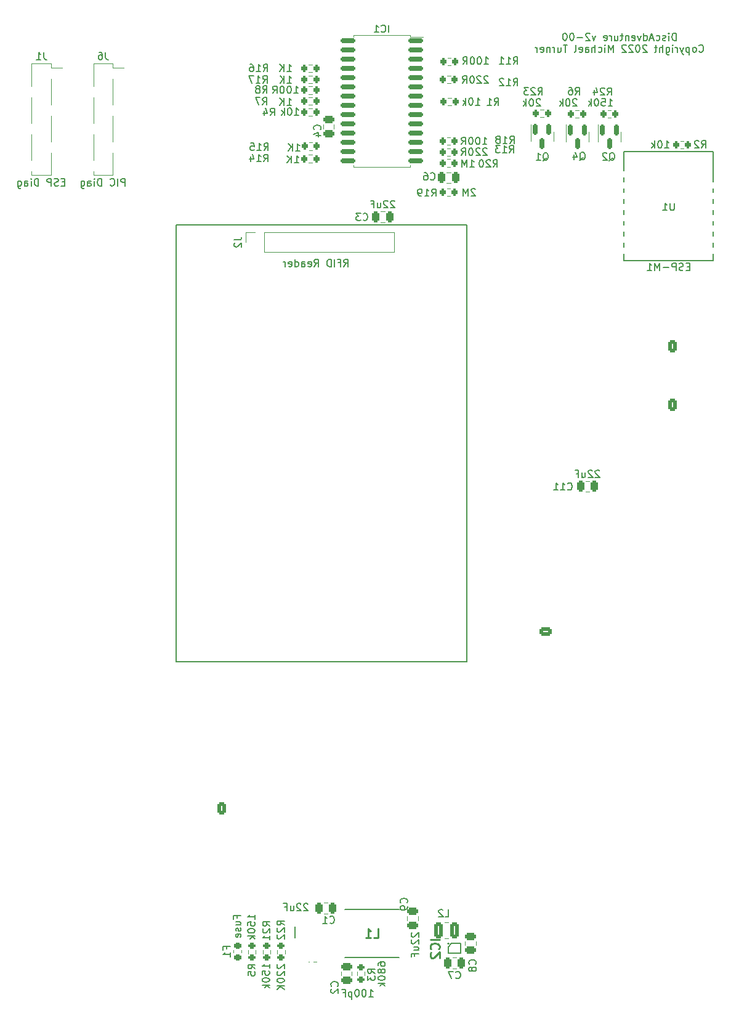
<source format=gbo>
%TF.GenerationSoftware,KiCad,Pcbnew,(6.0.2)*%
%TF.CreationDate,2022-04-22T14:35:52+01:00*%
%TF.ProjectId,DiscAdventure,44697363-4164-4766-956e-747572652e6b,rev?*%
%TF.SameCoordinates,Original*%
%TF.FileFunction,Legend,Bot*%
%TF.FilePolarity,Positive*%
%FSLAX46Y46*%
G04 Gerber Fmt 4.6, Leading zero omitted, Abs format (unit mm)*
G04 Created by KiCad (PCBNEW (6.0.2)) date 2022-04-22 14:35:52*
%MOMM*%
%LPD*%
G01*
G04 APERTURE LIST*
G04 Aperture macros list*
%AMRoundRect*
0 Rectangle with rounded corners*
0 $1 Rounding radius*
0 $2 $3 $4 $5 $6 $7 $8 $9 X,Y pos of 4 corners*
0 Add a 4 corners polygon primitive as box body*
4,1,4,$2,$3,$4,$5,$6,$7,$8,$9,$2,$3,0*
0 Add four circle primitives for the rounded corners*
1,1,$1+$1,$2,$3*
1,1,$1+$1,$4,$5*
1,1,$1+$1,$6,$7*
1,1,$1+$1,$8,$9*
0 Add four rect primitives between the rounded corners*
20,1,$1+$1,$2,$3,$4,$5,0*
20,1,$1+$1,$4,$5,$6,$7,0*
20,1,$1+$1,$6,$7,$8,$9,0*
20,1,$1+$1,$8,$9,$2,$3,0*%
G04 Aperture macros list end*
%ADD10C,0.200000*%
%ADD11C,0.150000*%
%ADD12C,0.254000*%
%ADD13C,0.120000*%
%ADD14R,0.650000X1.500000*%
%ADD15R,3.350000X2.710000*%
%ADD16C,0.208000*%
%ADD17R,7.340000X6.350000*%
%ADD18RoundRect,0.250000X-0.350000X-0.625000X0.350000X-0.625000X0.350000X0.625000X-0.350000X0.625000X0*%
%ADD19O,1.200000X1.750000*%
%ADD20R,2.000000X2.000000*%
%ADD21C,3.700000*%
%ADD22C,3.200000*%
%ADD23R,5.750000X2.000000*%
%ADD24R,6.350000X7.340000*%
%ADD25O,1.750000X1.200000*%
%ADD26RoundRect,0.250000X0.625000X-0.350000X0.625000X0.350000X-0.625000X0.350000X-0.625000X-0.350000X0*%
%ADD27R,1.308000X1.308000*%
%ADD28C,1.308000*%
%ADD29R,1.600000X1.600000*%
%ADD30C,1.600000*%
%ADD31RoundRect,0.250000X0.350000X0.625000X-0.350000X0.625000X-0.350000X-0.625000X0.350000X-0.625000X0*%
%ADD32R,2.550000X3.200000*%
%ADD33R,2.000000X0.900000*%
%ADD34R,2.500000X2.500000*%
%ADD35RoundRect,0.250000X-0.250000X-0.475000X0.250000X-0.475000X0.250000X0.475000X-0.250000X0.475000X0*%
%ADD36RoundRect,0.200000X-0.200000X-0.275000X0.200000X-0.275000X0.200000X0.275000X-0.200000X0.275000X0*%
%ADD37RoundRect,0.150000X-0.150000X0.587500X-0.150000X-0.587500X0.150000X-0.587500X0.150000X0.587500X0*%
%ADD38R,2.510000X1.000000*%
%ADD39RoundRect,0.200000X0.200000X0.275000X-0.200000X0.275000X-0.200000X-0.275000X0.200000X-0.275000X0*%
%ADD40RoundRect,0.150000X0.875000X0.150000X-0.875000X0.150000X-0.875000X-0.150000X0.875000X-0.150000X0*%
%ADD41RoundRect,0.250000X-0.375000X-0.850000X0.375000X-0.850000X0.375000X0.850000X-0.375000X0.850000X0*%
%ADD42R,1.700000X1.700000*%
%ADD43O,1.700000X1.700000*%
%ADD44RoundRect,0.250000X0.475000X-0.250000X0.475000X0.250000X-0.475000X0.250000X-0.475000X-0.250000X0*%
%ADD45RoundRect,0.250000X-0.475000X0.250000X-0.475000X-0.250000X0.475000X-0.250000X0.475000X0.250000X0*%
%ADD46RoundRect,0.200000X-0.275000X0.200000X-0.275000X-0.200000X0.275000X-0.200000X0.275000X0.200000X0*%
%ADD47RoundRect,0.218750X-0.256250X0.218750X-0.256250X-0.218750X0.256250X-0.218750X0.256250X0.218750X0*%
%ADD48RoundRect,0.200000X0.275000X-0.200000X0.275000X0.200000X-0.275000X0.200000X-0.275000X-0.200000X0*%
G04 APERTURE END LIST*
D10*
X64032839Y-51522651D02*
X104032839Y-51522651D01*
X104032839Y-51522651D02*
X104032839Y-111522651D01*
X104032839Y-111522651D02*
X64032839Y-111522651D01*
X64032839Y-111522651D02*
X64032839Y-51522651D01*
D11*
X132761904Y-26147380D02*
X132761904Y-25147380D01*
X132523809Y-25147380D01*
X132380952Y-25195000D01*
X132285714Y-25290238D01*
X132238095Y-25385476D01*
X132190476Y-25575952D01*
X132190476Y-25718809D01*
X132238095Y-25909285D01*
X132285714Y-26004523D01*
X132380952Y-26099761D01*
X132523809Y-26147380D01*
X132761904Y-26147380D01*
X131761904Y-26147380D02*
X131761904Y-25480714D01*
X131761904Y-25147380D02*
X131809523Y-25195000D01*
X131761904Y-25242619D01*
X131714285Y-25195000D01*
X131761904Y-25147380D01*
X131761904Y-25242619D01*
X131333333Y-26099761D02*
X131238095Y-26147380D01*
X131047619Y-26147380D01*
X130952380Y-26099761D01*
X130904761Y-26004523D01*
X130904761Y-25956904D01*
X130952380Y-25861666D01*
X131047619Y-25814047D01*
X131190476Y-25814047D01*
X131285714Y-25766428D01*
X131333333Y-25671190D01*
X131333333Y-25623571D01*
X131285714Y-25528333D01*
X131190476Y-25480714D01*
X131047619Y-25480714D01*
X130952380Y-25528333D01*
X130047619Y-26099761D02*
X130142857Y-26147380D01*
X130333333Y-26147380D01*
X130428571Y-26099761D01*
X130476190Y-26052142D01*
X130523809Y-25956904D01*
X130523809Y-25671190D01*
X130476190Y-25575952D01*
X130428571Y-25528333D01*
X130333333Y-25480714D01*
X130142857Y-25480714D01*
X130047619Y-25528333D01*
X129666666Y-25861666D02*
X129190476Y-25861666D01*
X129761904Y-26147380D02*
X129428571Y-25147380D01*
X129095238Y-26147380D01*
X128333333Y-26147380D02*
X128333333Y-25147380D01*
X128333333Y-26099761D02*
X128428571Y-26147380D01*
X128619047Y-26147380D01*
X128714285Y-26099761D01*
X128761904Y-26052142D01*
X128809523Y-25956904D01*
X128809523Y-25671190D01*
X128761904Y-25575952D01*
X128714285Y-25528333D01*
X128619047Y-25480714D01*
X128428571Y-25480714D01*
X128333333Y-25528333D01*
X127952380Y-25480714D02*
X127714285Y-26147380D01*
X127476190Y-25480714D01*
X126714285Y-26099761D02*
X126809523Y-26147380D01*
X127000000Y-26147380D01*
X127095238Y-26099761D01*
X127142857Y-26004523D01*
X127142857Y-25623571D01*
X127095238Y-25528333D01*
X127000000Y-25480714D01*
X126809523Y-25480714D01*
X126714285Y-25528333D01*
X126666666Y-25623571D01*
X126666666Y-25718809D01*
X127142857Y-25814047D01*
X126238095Y-25480714D02*
X126238095Y-26147380D01*
X126238095Y-25575952D02*
X126190476Y-25528333D01*
X126095238Y-25480714D01*
X125952380Y-25480714D01*
X125857142Y-25528333D01*
X125809523Y-25623571D01*
X125809523Y-26147380D01*
X125476190Y-25480714D02*
X125095238Y-25480714D01*
X125333333Y-25147380D02*
X125333333Y-26004523D01*
X125285714Y-26099761D01*
X125190476Y-26147380D01*
X125095238Y-26147380D01*
X124333333Y-25480714D02*
X124333333Y-26147380D01*
X124761904Y-25480714D02*
X124761904Y-26004523D01*
X124714285Y-26099761D01*
X124619047Y-26147380D01*
X124476190Y-26147380D01*
X124380952Y-26099761D01*
X124333333Y-26052142D01*
X123857142Y-26147380D02*
X123857142Y-25480714D01*
X123857142Y-25671190D02*
X123809523Y-25575952D01*
X123761904Y-25528333D01*
X123666666Y-25480714D01*
X123571428Y-25480714D01*
X122857142Y-26099761D02*
X122952380Y-26147380D01*
X123142857Y-26147380D01*
X123238095Y-26099761D01*
X123285714Y-26004523D01*
X123285714Y-25623571D01*
X123238095Y-25528333D01*
X123142857Y-25480714D01*
X122952380Y-25480714D01*
X122857142Y-25528333D01*
X122809523Y-25623571D01*
X122809523Y-25718809D01*
X123285714Y-25814047D01*
X121714285Y-25480714D02*
X121476190Y-26147380D01*
X121238095Y-25480714D01*
X120904761Y-25242619D02*
X120857142Y-25195000D01*
X120761904Y-25147380D01*
X120523809Y-25147380D01*
X120428571Y-25195000D01*
X120380952Y-25242619D01*
X120333333Y-25337857D01*
X120333333Y-25433095D01*
X120380952Y-25575952D01*
X120952380Y-26147380D01*
X120333333Y-26147380D01*
X119904761Y-25766428D02*
X119142857Y-25766428D01*
X118476190Y-25147380D02*
X118380952Y-25147380D01*
X118285714Y-25195000D01*
X118238095Y-25242619D01*
X118190476Y-25337857D01*
X118142857Y-25528333D01*
X118142857Y-25766428D01*
X118190476Y-25956904D01*
X118238095Y-26052142D01*
X118285714Y-26099761D01*
X118380952Y-26147380D01*
X118476190Y-26147380D01*
X118571428Y-26099761D01*
X118619047Y-26052142D01*
X118666666Y-25956904D01*
X118714285Y-25766428D01*
X118714285Y-25528333D01*
X118666666Y-25337857D01*
X118619047Y-25242619D01*
X118571428Y-25195000D01*
X118476190Y-25147380D01*
X117523809Y-25147380D02*
X117428571Y-25147380D01*
X117333333Y-25195000D01*
X117285714Y-25242619D01*
X117238095Y-25337857D01*
X117190476Y-25528333D01*
X117190476Y-25766428D01*
X117238095Y-25956904D01*
X117285714Y-26052142D01*
X117333333Y-26099761D01*
X117428571Y-26147380D01*
X117523809Y-26147380D01*
X117619047Y-26099761D01*
X117666666Y-26052142D01*
X117714285Y-25956904D01*
X117761904Y-25766428D01*
X117761904Y-25528333D01*
X117714285Y-25337857D01*
X117666666Y-25242619D01*
X117619047Y-25195000D01*
X117523809Y-25147380D01*
X135928571Y-27662142D02*
X135976190Y-27709761D01*
X136119047Y-27757380D01*
X136214285Y-27757380D01*
X136357142Y-27709761D01*
X136452380Y-27614523D01*
X136500000Y-27519285D01*
X136547619Y-27328809D01*
X136547619Y-27185952D01*
X136500000Y-26995476D01*
X136452380Y-26900238D01*
X136357142Y-26805000D01*
X136214285Y-26757380D01*
X136119047Y-26757380D01*
X135976190Y-26805000D01*
X135928571Y-26852619D01*
X135357142Y-27757380D02*
X135452380Y-27709761D01*
X135500000Y-27662142D01*
X135547619Y-27566904D01*
X135547619Y-27281190D01*
X135500000Y-27185952D01*
X135452380Y-27138333D01*
X135357142Y-27090714D01*
X135214285Y-27090714D01*
X135119047Y-27138333D01*
X135071428Y-27185952D01*
X135023809Y-27281190D01*
X135023809Y-27566904D01*
X135071428Y-27662142D01*
X135119047Y-27709761D01*
X135214285Y-27757380D01*
X135357142Y-27757380D01*
X134595238Y-27090714D02*
X134595238Y-28090714D01*
X134595238Y-27138333D02*
X134500000Y-27090714D01*
X134309523Y-27090714D01*
X134214285Y-27138333D01*
X134166666Y-27185952D01*
X134119047Y-27281190D01*
X134119047Y-27566904D01*
X134166666Y-27662142D01*
X134214285Y-27709761D01*
X134309523Y-27757380D01*
X134500000Y-27757380D01*
X134595238Y-27709761D01*
X133785714Y-27090714D02*
X133547619Y-27757380D01*
X133309523Y-27090714D02*
X133547619Y-27757380D01*
X133642857Y-27995476D01*
X133690476Y-28043095D01*
X133785714Y-28090714D01*
X132928571Y-27757380D02*
X132928571Y-27090714D01*
X132928571Y-27281190D02*
X132880952Y-27185952D01*
X132833333Y-27138333D01*
X132738095Y-27090714D01*
X132642857Y-27090714D01*
X132309523Y-27757380D02*
X132309523Y-27090714D01*
X132309523Y-26757380D02*
X132357142Y-26805000D01*
X132309523Y-26852619D01*
X132261904Y-26805000D01*
X132309523Y-26757380D01*
X132309523Y-26852619D01*
X131404761Y-27090714D02*
X131404761Y-27900238D01*
X131452380Y-27995476D01*
X131500000Y-28043095D01*
X131595238Y-28090714D01*
X131738095Y-28090714D01*
X131833333Y-28043095D01*
X131404761Y-27709761D02*
X131500000Y-27757380D01*
X131690476Y-27757380D01*
X131785714Y-27709761D01*
X131833333Y-27662142D01*
X131880952Y-27566904D01*
X131880952Y-27281190D01*
X131833333Y-27185952D01*
X131785714Y-27138333D01*
X131690476Y-27090714D01*
X131500000Y-27090714D01*
X131404761Y-27138333D01*
X130928571Y-27757380D02*
X130928571Y-26757380D01*
X130500000Y-27757380D02*
X130500000Y-27233571D01*
X130547619Y-27138333D01*
X130642857Y-27090714D01*
X130785714Y-27090714D01*
X130880952Y-27138333D01*
X130928571Y-27185952D01*
X130166666Y-27090714D02*
X129785714Y-27090714D01*
X130023809Y-26757380D02*
X130023809Y-27614523D01*
X129976190Y-27709761D01*
X129880952Y-27757380D01*
X129785714Y-27757380D01*
X128738095Y-26852619D02*
X128690476Y-26805000D01*
X128595238Y-26757380D01*
X128357142Y-26757380D01*
X128261904Y-26805000D01*
X128214285Y-26852619D01*
X128166666Y-26947857D01*
X128166666Y-27043095D01*
X128214285Y-27185952D01*
X128785714Y-27757380D01*
X128166666Y-27757380D01*
X127547619Y-26757380D02*
X127452380Y-26757380D01*
X127357142Y-26805000D01*
X127309523Y-26852619D01*
X127261904Y-26947857D01*
X127214285Y-27138333D01*
X127214285Y-27376428D01*
X127261904Y-27566904D01*
X127309523Y-27662142D01*
X127357142Y-27709761D01*
X127452380Y-27757380D01*
X127547619Y-27757380D01*
X127642857Y-27709761D01*
X127690476Y-27662142D01*
X127738095Y-27566904D01*
X127785714Y-27376428D01*
X127785714Y-27138333D01*
X127738095Y-26947857D01*
X127690476Y-26852619D01*
X127642857Y-26805000D01*
X127547619Y-26757380D01*
X126833333Y-26852619D02*
X126785714Y-26805000D01*
X126690476Y-26757380D01*
X126452380Y-26757380D01*
X126357142Y-26805000D01*
X126309523Y-26852619D01*
X126261904Y-26947857D01*
X126261904Y-27043095D01*
X126309523Y-27185952D01*
X126880952Y-27757380D01*
X126261904Y-27757380D01*
X125880952Y-26852619D02*
X125833333Y-26805000D01*
X125738095Y-26757380D01*
X125500000Y-26757380D01*
X125404761Y-26805000D01*
X125357142Y-26852619D01*
X125309523Y-26947857D01*
X125309523Y-27043095D01*
X125357142Y-27185952D01*
X125928571Y-27757380D01*
X125309523Y-27757380D01*
X124119047Y-27757380D02*
X124119047Y-26757380D01*
X123785714Y-27471666D01*
X123452380Y-26757380D01*
X123452380Y-27757380D01*
X122976190Y-27757380D02*
X122976190Y-27090714D01*
X122976190Y-26757380D02*
X123023809Y-26805000D01*
X122976190Y-26852619D01*
X122928571Y-26805000D01*
X122976190Y-26757380D01*
X122976190Y-26852619D01*
X122071428Y-27709761D02*
X122166666Y-27757380D01*
X122357142Y-27757380D01*
X122452380Y-27709761D01*
X122500000Y-27662142D01*
X122547619Y-27566904D01*
X122547619Y-27281190D01*
X122500000Y-27185952D01*
X122452380Y-27138333D01*
X122357142Y-27090714D01*
X122166666Y-27090714D01*
X122071428Y-27138333D01*
X121642857Y-27757380D02*
X121642857Y-26757380D01*
X121214285Y-27757380D02*
X121214285Y-27233571D01*
X121261904Y-27138333D01*
X121357142Y-27090714D01*
X121500000Y-27090714D01*
X121595238Y-27138333D01*
X121642857Y-27185952D01*
X120309523Y-27757380D02*
X120309523Y-27233571D01*
X120357142Y-27138333D01*
X120452380Y-27090714D01*
X120642857Y-27090714D01*
X120738095Y-27138333D01*
X120309523Y-27709761D02*
X120404761Y-27757380D01*
X120642857Y-27757380D01*
X120738095Y-27709761D01*
X120785714Y-27614523D01*
X120785714Y-27519285D01*
X120738095Y-27424047D01*
X120642857Y-27376428D01*
X120404761Y-27376428D01*
X120309523Y-27328809D01*
X119452380Y-27709761D02*
X119547619Y-27757380D01*
X119738095Y-27757380D01*
X119833333Y-27709761D01*
X119880952Y-27614523D01*
X119880952Y-27233571D01*
X119833333Y-27138333D01*
X119738095Y-27090714D01*
X119547619Y-27090714D01*
X119452380Y-27138333D01*
X119404761Y-27233571D01*
X119404761Y-27328809D01*
X119880952Y-27424047D01*
X118833333Y-27757380D02*
X118928571Y-27709761D01*
X118976190Y-27614523D01*
X118976190Y-26757380D01*
X117833333Y-26757380D02*
X117261904Y-26757380D01*
X117547619Y-27757380D02*
X117547619Y-26757380D01*
X116500000Y-27090714D02*
X116500000Y-27757380D01*
X116928571Y-27090714D02*
X116928571Y-27614523D01*
X116880952Y-27709761D01*
X116785714Y-27757380D01*
X116642857Y-27757380D01*
X116547619Y-27709761D01*
X116500000Y-27662142D01*
X116023809Y-27757380D02*
X116023809Y-27090714D01*
X116023809Y-27281190D02*
X115976190Y-27185952D01*
X115928571Y-27138333D01*
X115833333Y-27090714D01*
X115738095Y-27090714D01*
X115404761Y-27090714D02*
X115404761Y-27757380D01*
X115404761Y-27185952D02*
X115357142Y-27138333D01*
X115261904Y-27090714D01*
X115119047Y-27090714D01*
X115023809Y-27138333D01*
X114976190Y-27233571D01*
X114976190Y-27757380D01*
X114119047Y-27709761D02*
X114214285Y-27757380D01*
X114404761Y-27757380D01*
X114500000Y-27709761D01*
X114547619Y-27614523D01*
X114547619Y-27233571D01*
X114500000Y-27138333D01*
X114404761Y-27090714D01*
X114214285Y-27090714D01*
X114119047Y-27138333D01*
X114071428Y-27233571D01*
X114071428Y-27328809D01*
X114547619Y-27424047D01*
X113642857Y-27757380D02*
X113642857Y-27090714D01*
X113642857Y-27281190D02*
X113595238Y-27185952D01*
X113547619Y-27138333D01*
X113452380Y-27090714D01*
X113357142Y-27090714D01*
D12*
%TO.C,IC3*%
X83529814Y-150143467D02*
X82259814Y-150143467D01*
X83408862Y-151473943D02*
X83469338Y-151413467D01*
X83529814Y-151232038D01*
X83529814Y-151111086D01*
X83469338Y-150929657D01*
X83348386Y-150808705D01*
X83227433Y-150748229D01*
X82985529Y-150687752D01*
X82804100Y-150687752D01*
X82562195Y-150748229D01*
X82441243Y-150808705D01*
X82320291Y-150929657D01*
X82259814Y-151111086D01*
X82259814Y-151232038D01*
X82320291Y-151413467D01*
X82380767Y-151473943D01*
X82259814Y-151897276D02*
X82259814Y-152683467D01*
X82743624Y-152260133D01*
X82743624Y-152441562D01*
X82804100Y-152562514D01*
X82864576Y-152622990D01*
X82985529Y-152683467D01*
X83287910Y-152683467D01*
X83408862Y-152622990D01*
X83469338Y-152562514D01*
X83529814Y-152441562D01*
X83529814Y-152078705D01*
X83469338Y-151957752D01*
X83408862Y-151897276D01*
%TO.C,IC2*%
X100230278Y-149672395D02*
X98960278Y-149672395D01*
X100109326Y-151002871D02*
X100169802Y-150942395D01*
X100230278Y-150760966D01*
X100230278Y-150640014D01*
X100169802Y-150458585D01*
X100048850Y-150337633D01*
X99927897Y-150277157D01*
X99685993Y-150216680D01*
X99504564Y-150216680D01*
X99262659Y-150277157D01*
X99141707Y-150337633D01*
X99020755Y-150458585D01*
X98960278Y-150640014D01*
X98960278Y-150760966D01*
X99020755Y-150942395D01*
X99081231Y-151002871D01*
X99081231Y-151486680D02*
X99020755Y-151547157D01*
X98960278Y-151668109D01*
X98960278Y-151970490D01*
X99020755Y-152091442D01*
X99081231Y-152151918D01*
X99202183Y-152212395D01*
X99323135Y-152212395D01*
X99504564Y-152151918D01*
X100230278Y-151426204D01*
X100230278Y-152212395D01*
%TO.C,L1*%
X91166957Y-149457752D02*
X91771719Y-149457752D01*
X91771719Y-148187752D01*
X90078386Y-149457752D02*
X90804100Y-149457752D01*
X90441243Y-149457752D02*
X90441243Y-148187752D01*
X90562195Y-148369181D01*
X90683148Y-148490133D01*
X90804100Y-148550609D01*
D11*
%TO.C,U1*%
X132505621Y-48496376D02*
X132505621Y-49305900D01*
X132458002Y-49401138D01*
X132410383Y-49448757D01*
X132315145Y-49496376D01*
X132124669Y-49496376D01*
X132029431Y-49448757D01*
X131981812Y-49401138D01*
X131934193Y-49305900D01*
X131934193Y-48496376D01*
X130934193Y-49496376D02*
X131505621Y-49496376D01*
X131219907Y-49496376D02*
X131219907Y-48496376D01*
X131315145Y-48639234D01*
X131410383Y-48734472D01*
X131505621Y-48782091D01*
X134600859Y-57227567D02*
X134267526Y-57227567D01*
X134124669Y-57751376D02*
X134600859Y-57751376D01*
X134600859Y-56751376D01*
X134124669Y-56751376D01*
X133743717Y-57703757D02*
X133600859Y-57751376D01*
X133362764Y-57751376D01*
X133267526Y-57703757D01*
X133219907Y-57656138D01*
X133172288Y-57560900D01*
X133172288Y-57465662D01*
X133219907Y-57370424D01*
X133267526Y-57322805D01*
X133362764Y-57275186D01*
X133553240Y-57227567D01*
X133648478Y-57179948D01*
X133696097Y-57132329D01*
X133743717Y-57037091D01*
X133743717Y-56941853D01*
X133696097Y-56846615D01*
X133648478Y-56798996D01*
X133553240Y-56751376D01*
X133315145Y-56751376D01*
X133172288Y-56798996D01*
X132743717Y-57751376D02*
X132743717Y-56751376D01*
X132362764Y-56751376D01*
X132267526Y-56798996D01*
X132219907Y-56846615D01*
X132172288Y-56941853D01*
X132172288Y-57084710D01*
X132219907Y-57179948D01*
X132267526Y-57227567D01*
X132362764Y-57275186D01*
X132743717Y-57275186D01*
X131743717Y-57370424D02*
X130981812Y-57370424D01*
X130505621Y-57751376D02*
X130505621Y-56751376D01*
X130172288Y-57465662D01*
X129838955Y-56751376D01*
X129838955Y-57751376D01*
X128838955Y-57751376D02*
X129410383Y-57751376D01*
X129124669Y-57751376D02*
X129124669Y-56751376D01*
X129219907Y-56894234D01*
X129315145Y-56989472D01*
X129410383Y-57037091D01*
%TO.C,C1*%
X85157042Y-147392548D02*
X85204661Y-147440167D01*
X85347518Y-147487786D01*
X85442756Y-147487786D01*
X85585614Y-147440167D01*
X85680852Y-147344929D01*
X85728471Y-147249691D01*
X85776090Y-147059215D01*
X85776090Y-146916358D01*
X85728471Y-146725882D01*
X85680852Y-146630644D01*
X85585614Y-146535406D01*
X85442756Y-146487786D01*
X85347518Y-146487786D01*
X85204661Y-146535406D01*
X85157042Y-146583025D01*
X84204661Y-147487786D02*
X84776090Y-147487786D01*
X84490376Y-147487786D02*
X84490376Y-146487786D01*
X84585614Y-146630644D01*
X84680852Y-146725882D01*
X84776090Y-146773501D01*
X82127357Y-144849757D02*
X82079738Y-144802138D01*
X81984500Y-144754518D01*
X81746404Y-144754518D01*
X81651166Y-144802138D01*
X81603547Y-144849757D01*
X81555928Y-144944995D01*
X81555928Y-145040233D01*
X81603547Y-145183090D01*
X82174976Y-145754518D01*
X81555928Y-145754518D01*
X81174976Y-144849757D02*
X81127357Y-144802138D01*
X81032119Y-144754518D01*
X80794023Y-144754518D01*
X80698785Y-144802138D01*
X80651166Y-144849757D01*
X80603547Y-144944995D01*
X80603547Y-145040233D01*
X80651166Y-145183090D01*
X81222595Y-145754518D01*
X80603547Y-145754518D01*
X79746404Y-145087852D02*
X79746404Y-145754518D01*
X80174976Y-145087852D02*
X80174976Y-145611661D01*
X80127357Y-145706899D01*
X80032119Y-145754518D01*
X79889261Y-145754518D01*
X79794023Y-145706899D01*
X79746404Y-145659280D01*
X78936880Y-145230709D02*
X79270214Y-145230709D01*
X79270214Y-145754518D02*
X79270214Y-144754518D01*
X78794023Y-144754518D01*
%TO.C,R18*%
X109916458Y-40293438D02*
X110249791Y-39817248D01*
X110487886Y-40293438D02*
X110487886Y-39293438D01*
X110106934Y-39293438D01*
X110011696Y-39341058D01*
X109964077Y-39388677D01*
X109916458Y-39483915D01*
X109916458Y-39626772D01*
X109964077Y-39722010D01*
X110011696Y-39769629D01*
X110106934Y-39817248D01*
X110487886Y-39817248D01*
X108964077Y-40293438D02*
X109535505Y-40293438D01*
X109249791Y-40293438D02*
X109249791Y-39293438D01*
X109345029Y-39436296D01*
X109440267Y-39531534D01*
X109535505Y-39579153D01*
X108392648Y-39722010D02*
X108487886Y-39674391D01*
X108535505Y-39626772D01*
X108583124Y-39531534D01*
X108583124Y-39483915D01*
X108535505Y-39388677D01*
X108487886Y-39341058D01*
X108392648Y-39293438D01*
X108202172Y-39293438D01*
X108106934Y-39341058D01*
X108059315Y-39388677D01*
X108011696Y-39483915D01*
X108011696Y-39531534D01*
X108059315Y-39626772D01*
X108106934Y-39674391D01*
X108202172Y-39722010D01*
X108392648Y-39722010D01*
X108487886Y-39769629D01*
X108535505Y-39817248D01*
X108583124Y-39912486D01*
X108583124Y-40102962D01*
X108535505Y-40198200D01*
X108487886Y-40245819D01*
X108392648Y-40293438D01*
X108202172Y-40293438D01*
X108106934Y-40245819D01*
X108059315Y-40198200D01*
X108011696Y-40102962D01*
X108011696Y-39912486D01*
X108059315Y-39817248D01*
X108106934Y-39769629D01*
X108202172Y-39722010D01*
X106170934Y-40434461D02*
X106742363Y-40434461D01*
X106456648Y-40434461D02*
X106456648Y-39434461D01*
X106551887Y-39577319D01*
X106647125Y-39672557D01*
X106742363Y-39720176D01*
X105551887Y-39434461D02*
X105456648Y-39434461D01*
X105361410Y-39482081D01*
X105313791Y-39529700D01*
X105266172Y-39624938D01*
X105218553Y-39815414D01*
X105218553Y-40053509D01*
X105266172Y-40243985D01*
X105313791Y-40339223D01*
X105361410Y-40386842D01*
X105456648Y-40434461D01*
X105551887Y-40434461D01*
X105647125Y-40386842D01*
X105694744Y-40339223D01*
X105742363Y-40243985D01*
X105789982Y-40053509D01*
X105789982Y-39815414D01*
X105742363Y-39624938D01*
X105694744Y-39529700D01*
X105647125Y-39482081D01*
X105551887Y-39434461D01*
X104599506Y-39434461D02*
X104504268Y-39434461D01*
X104409029Y-39482081D01*
X104361410Y-39529700D01*
X104313791Y-39624938D01*
X104266172Y-39815414D01*
X104266172Y-40053509D01*
X104313791Y-40243985D01*
X104361410Y-40339223D01*
X104409029Y-40386842D01*
X104504268Y-40434461D01*
X104599506Y-40434461D01*
X104694744Y-40386842D01*
X104742363Y-40339223D01*
X104789982Y-40243985D01*
X104837601Y-40053509D01*
X104837601Y-39815414D01*
X104789982Y-39624938D01*
X104742363Y-39529700D01*
X104694744Y-39482081D01*
X104599506Y-39434461D01*
X103266172Y-40434461D02*
X103599506Y-39958271D01*
X103837601Y-40434461D02*
X103837601Y-39434461D01*
X103456648Y-39434461D01*
X103361410Y-39482081D01*
X103313791Y-39529700D01*
X103266172Y-39624938D01*
X103266172Y-39767795D01*
X103313791Y-39863033D01*
X103361410Y-39910652D01*
X103456648Y-39958271D01*
X103837601Y-39958271D01*
%TO.C,Q4*%
X119498786Y-42643832D02*
X119594024Y-42596213D01*
X119689262Y-42500974D01*
X119832119Y-42358117D01*
X119927357Y-42310498D01*
X120022595Y-42310498D01*
X119974976Y-42548593D02*
X120070214Y-42500974D01*
X120165452Y-42405736D01*
X120213071Y-42215260D01*
X120213071Y-41881927D01*
X120165452Y-41691451D01*
X120070214Y-41596213D01*
X119974976Y-41548593D01*
X119784500Y-41548593D01*
X119689262Y-41596213D01*
X119594024Y-41691451D01*
X119546405Y-41881927D01*
X119546405Y-42215260D01*
X119594024Y-42405736D01*
X119689262Y-42500974D01*
X119784500Y-42548593D01*
X119974976Y-42548593D01*
X118689262Y-41881927D02*
X118689262Y-42548593D01*
X118927357Y-41500974D02*
X119165452Y-42215260D01*
X118546405Y-42215260D01*
%TO.C,J1*%
X45833333Y-27772380D02*
X45833333Y-28486666D01*
X45880952Y-28629523D01*
X45976190Y-28724761D01*
X46119047Y-28772380D01*
X46214285Y-28772380D01*
X44833333Y-28772380D02*
X45404761Y-28772380D01*
X45119047Y-28772380D02*
X45119047Y-27772380D01*
X45214285Y-27915238D01*
X45309523Y-28010476D01*
X45404761Y-28058095D01*
X48714285Y-45608571D02*
X48380952Y-45608571D01*
X48238095Y-46132380D02*
X48714285Y-46132380D01*
X48714285Y-45132380D01*
X48238095Y-45132380D01*
X47857142Y-46084761D02*
X47714285Y-46132380D01*
X47476190Y-46132380D01*
X47380952Y-46084761D01*
X47333333Y-46037142D01*
X47285714Y-45941904D01*
X47285714Y-45846666D01*
X47333333Y-45751428D01*
X47380952Y-45703809D01*
X47476190Y-45656190D01*
X47666666Y-45608571D01*
X47761904Y-45560952D01*
X47809523Y-45513333D01*
X47857142Y-45418095D01*
X47857142Y-45322857D01*
X47809523Y-45227619D01*
X47761904Y-45180000D01*
X47666666Y-45132380D01*
X47428571Y-45132380D01*
X47285714Y-45180000D01*
X46857142Y-46132380D02*
X46857142Y-45132380D01*
X46476190Y-45132380D01*
X46380952Y-45180000D01*
X46333333Y-45227619D01*
X46285714Y-45322857D01*
X46285714Y-45465714D01*
X46333333Y-45560952D01*
X46380952Y-45608571D01*
X46476190Y-45656190D01*
X46857142Y-45656190D01*
X45095238Y-46132380D02*
X45095238Y-45132380D01*
X44857142Y-45132380D01*
X44714285Y-45180000D01*
X44619047Y-45275238D01*
X44571428Y-45370476D01*
X44523809Y-45560952D01*
X44523809Y-45703809D01*
X44571428Y-45894285D01*
X44619047Y-45989523D01*
X44714285Y-46084761D01*
X44857142Y-46132380D01*
X45095238Y-46132380D01*
X44095238Y-46132380D02*
X44095238Y-45465714D01*
X44095238Y-45132380D02*
X44142857Y-45180000D01*
X44095238Y-45227619D01*
X44047619Y-45180000D01*
X44095238Y-45132380D01*
X44095238Y-45227619D01*
X43190476Y-46132380D02*
X43190476Y-45608571D01*
X43238095Y-45513333D01*
X43333333Y-45465714D01*
X43523809Y-45465714D01*
X43619047Y-45513333D01*
X43190476Y-46084761D02*
X43285714Y-46132380D01*
X43523809Y-46132380D01*
X43619047Y-46084761D01*
X43666666Y-45989523D01*
X43666666Y-45894285D01*
X43619047Y-45799047D01*
X43523809Y-45751428D01*
X43285714Y-45751428D01*
X43190476Y-45703809D01*
X42285714Y-45465714D02*
X42285714Y-46275238D01*
X42333333Y-46370476D01*
X42380952Y-46418095D01*
X42476190Y-46465714D01*
X42619047Y-46465714D01*
X42714285Y-46418095D01*
X42285714Y-46084761D02*
X42380952Y-46132380D01*
X42571428Y-46132380D01*
X42666666Y-46084761D01*
X42714285Y-46037142D01*
X42761904Y-45941904D01*
X42761904Y-45656190D01*
X42714285Y-45560952D01*
X42666666Y-45513333D01*
X42571428Y-45465714D01*
X42380952Y-45465714D01*
X42285714Y-45513333D01*
%TO.C,R14*%
X76060096Y-42804539D02*
X76393429Y-42328349D01*
X76631524Y-42804539D02*
X76631524Y-41804539D01*
X76250572Y-41804539D01*
X76155334Y-41852159D01*
X76107715Y-41899778D01*
X76060096Y-41995016D01*
X76060096Y-42137873D01*
X76107715Y-42233111D01*
X76155334Y-42280730D01*
X76250572Y-42328349D01*
X76631524Y-42328349D01*
X75107715Y-42804539D02*
X75679143Y-42804539D01*
X75393429Y-42804539D02*
X75393429Y-41804539D01*
X75488667Y-41947397D01*
X75583905Y-42042635D01*
X75679143Y-42090254D01*
X74250572Y-42137873D02*
X74250572Y-42804539D01*
X74488667Y-41756920D02*
X74726762Y-42471206D01*
X74107715Y-42471206D01*
X80303076Y-42984764D02*
X80874505Y-42984764D01*
X80588791Y-42984764D02*
X80588791Y-41984764D01*
X80684029Y-42127622D01*
X80779267Y-42222860D01*
X80874505Y-42270479D01*
X79874505Y-42984764D02*
X79874505Y-41984764D01*
X79303076Y-42984764D02*
X79731648Y-42413336D01*
X79303076Y-41984764D02*
X79874505Y-42556193D01*
%TO.C,R6*%
X118917544Y-33610762D02*
X119250878Y-33134572D01*
X119488973Y-33610762D02*
X119488973Y-32610762D01*
X119108020Y-32610762D01*
X119012782Y-32658382D01*
X118965163Y-32706001D01*
X118917544Y-32801239D01*
X118917544Y-32944096D01*
X118965163Y-33039334D01*
X119012782Y-33086953D01*
X119108020Y-33134572D01*
X119488973Y-33134572D01*
X118060401Y-32610762D02*
X118250878Y-32610762D01*
X118346116Y-32658382D01*
X118393735Y-32706001D01*
X118488973Y-32848858D01*
X118536592Y-33039334D01*
X118536592Y-33420286D01*
X118488973Y-33515524D01*
X118441354Y-33563143D01*
X118346116Y-33610762D01*
X118155639Y-33610762D01*
X118060401Y-33563143D01*
X118012782Y-33515524D01*
X117965163Y-33420286D01*
X117965163Y-33182191D01*
X118012782Y-33086953D01*
X118060401Y-33039334D01*
X118155639Y-32991715D01*
X118346116Y-32991715D01*
X118441354Y-33039334D01*
X118488973Y-33086953D01*
X118536592Y-33182191D01*
X119119375Y-34277397D02*
X119071756Y-34229778D01*
X118976518Y-34182158D01*
X118738423Y-34182158D01*
X118643185Y-34229778D01*
X118595566Y-34277397D01*
X118547947Y-34372635D01*
X118547947Y-34467873D01*
X118595566Y-34610730D01*
X119166994Y-35182158D01*
X118547947Y-35182158D01*
X117928899Y-34182158D02*
X117833661Y-34182158D01*
X117738423Y-34229778D01*
X117690804Y-34277397D01*
X117643185Y-34372635D01*
X117595566Y-34563111D01*
X117595566Y-34801206D01*
X117643185Y-34991682D01*
X117690804Y-35086920D01*
X117738423Y-35134539D01*
X117833661Y-35182158D01*
X117928899Y-35182158D01*
X118024137Y-35134539D01*
X118071756Y-35086920D01*
X118119375Y-34991682D01*
X118166994Y-34801206D01*
X118166994Y-34563111D01*
X118119375Y-34372635D01*
X118071756Y-34277397D01*
X118024137Y-34229778D01*
X117928899Y-34182158D01*
X117166994Y-35182158D02*
X117166994Y-34182158D01*
X117071756Y-34801206D02*
X116786042Y-35182158D01*
X116786042Y-34515492D02*
X117166994Y-34896444D01*
%TO.C,R19*%
X99164272Y-47553521D02*
X99497605Y-47077331D01*
X99735700Y-47553521D02*
X99735700Y-46553521D01*
X99354748Y-46553521D01*
X99259510Y-46601141D01*
X99211891Y-46648760D01*
X99164272Y-46743998D01*
X99164272Y-46886855D01*
X99211891Y-46982093D01*
X99259510Y-47029712D01*
X99354748Y-47077331D01*
X99735700Y-47077331D01*
X98211891Y-47553521D02*
X98783319Y-47553521D01*
X98497605Y-47553521D02*
X98497605Y-46553521D01*
X98592843Y-46696379D01*
X98688081Y-46791617D01*
X98783319Y-46839236D01*
X97735700Y-47553521D02*
X97545224Y-47553521D01*
X97449986Y-47505902D01*
X97402367Y-47458283D01*
X97307129Y-47315426D01*
X97259510Y-47124950D01*
X97259510Y-46743998D01*
X97307129Y-46648760D01*
X97354748Y-46601141D01*
X97449986Y-46553521D01*
X97640462Y-46553521D01*
X97735700Y-46601141D01*
X97783319Y-46648760D01*
X97830938Y-46743998D01*
X97830938Y-46982093D01*
X97783319Y-47077331D01*
X97735700Y-47124950D01*
X97640462Y-47172569D01*
X97449986Y-47172569D01*
X97354748Y-47124950D01*
X97307129Y-47077331D01*
X97259510Y-46982093D01*
X105172112Y-46600978D02*
X105124493Y-46553359D01*
X105029255Y-46505739D01*
X104791160Y-46505739D01*
X104695922Y-46553359D01*
X104648303Y-46600978D01*
X104600684Y-46696216D01*
X104600684Y-46791454D01*
X104648303Y-46934311D01*
X105219731Y-47505739D01*
X104600684Y-47505739D01*
X104172112Y-47505739D02*
X104172112Y-46505739D01*
X103838779Y-47220025D01*
X103505446Y-46505739D01*
X103505446Y-47505739D01*
%TO.C,IC1*%
X93282832Y-25025214D02*
X93282832Y-24025214D01*
X92235213Y-24929976D02*
X92282832Y-24977595D01*
X92425689Y-25025214D01*
X92520927Y-25025214D01*
X92663784Y-24977595D01*
X92759022Y-24882357D01*
X92806642Y-24787119D01*
X92854261Y-24596643D01*
X92854261Y-24453786D01*
X92806642Y-24263310D01*
X92759022Y-24168072D01*
X92663784Y-24072834D01*
X92520927Y-24025214D01*
X92425689Y-24025214D01*
X92282832Y-24072834D01*
X92235213Y-24120453D01*
X91282832Y-25025214D02*
X91854261Y-25025214D01*
X91568546Y-25025214D02*
X91568546Y-24025214D01*
X91663784Y-24168072D01*
X91759022Y-24263310D01*
X91854261Y-24310929D01*
%TO.C,L2*%
X100991945Y-146575989D02*
X101468136Y-146575989D01*
X101468136Y-145575989D01*
X100706231Y-145671228D02*
X100658612Y-145623609D01*
X100563374Y-145575989D01*
X100325279Y-145575989D01*
X100230040Y-145623609D01*
X100182421Y-145671228D01*
X100134802Y-145766466D01*
X100134802Y-145861704D01*
X100182421Y-146004561D01*
X100753850Y-146575989D01*
X100134802Y-146575989D01*
%TO.C,R7*%
X75916516Y-35008990D02*
X76249850Y-34532800D01*
X76487945Y-35008990D02*
X76487945Y-34008990D01*
X76106992Y-34008990D01*
X76011754Y-34056610D01*
X75964135Y-34104229D01*
X75916516Y-34199467D01*
X75916516Y-34342324D01*
X75964135Y-34437562D01*
X76011754Y-34485181D01*
X76106992Y-34532800D01*
X76487945Y-34532800D01*
X75583183Y-34008990D02*
X74916516Y-34008990D01*
X75345088Y-35008990D01*
X79282275Y-35053025D02*
X79853704Y-35053025D01*
X79567990Y-35053025D02*
X79567990Y-34053025D01*
X79663228Y-34195883D01*
X79758466Y-34291121D01*
X79853704Y-34338740D01*
X78853704Y-35053025D02*
X78853704Y-34053025D01*
X78282275Y-35053025D02*
X78710847Y-34481597D01*
X78282275Y-34053025D02*
X78853704Y-34624454D01*
%TO.C,R20*%
X107608706Y-43559560D02*
X107942039Y-43083370D01*
X108180134Y-43559560D02*
X108180134Y-42559560D01*
X107799182Y-42559560D01*
X107703944Y-42607180D01*
X107656325Y-42654799D01*
X107608706Y-42750037D01*
X107608706Y-42892894D01*
X107656325Y-42988132D01*
X107703944Y-43035751D01*
X107799182Y-43083370D01*
X108180134Y-43083370D01*
X107227753Y-42654799D02*
X107180134Y-42607180D01*
X107084896Y-42559560D01*
X106846801Y-42559560D01*
X106751563Y-42607180D01*
X106703944Y-42654799D01*
X106656325Y-42750037D01*
X106656325Y-42845275D01*
X106703944Y-42988132D01*
X107275372Y-43559560D01*
X106656325Y-43559560D01*
X106037277Y-42559560D02*
X105942039Y-42559560D01*
X105846801Y-42607180D01*
X105799182Y-42654799D01*
X105751563Y-42750037D01*
X105703944Y-42940513D01*
X105703944Y-43178608D01*
X105751563Y-43369084D01*
X105799182Y-43464322D01*
X105846801Y-43511941D01*
X105942039Y-43559560D01*
X106037277Y-43559560D01*
X106132515Y-43511941D01*
X106180134Y-43464322D01*
X106227753Y-43369084D01*
X106275372Y-43178608D01*
X106275372Y-42940513D01*
X106227753Y-42750037D01*
X106180134Y-42654799D01*
X106132515Y-42607180D01*
X106037277Y-42559560D01*
X104409557Y-43551788D02*
X104980985Y-43551788D01*
X104695271Y-43551788D02*
X104695271Y-42551788D01*
X104790509Y-42694646D01*
X104885747Y-42789884D01*
X104980985Y-42837503D01*
X103980985Y-43551788D02*
X103980985Y-42551788D01*
X103647652Y-43266074D01*
X103314319Y-42551788D01*
X103314319Y-43551788D01*
%TO.C,J2*%
X72030219Y-53539317D02*
X72744505Y-53539317D01*
X72887362Y-53491698D01*
X72982600Y-53396460D01*
X73030219Y-53253603D01*
X73030219Y-53158365D01*
X72125458Y-53967889D02*
X72077839Y-54015508D01*
X72030219Y-54110746D01*
X72030219Y-54348841D01*
X72077839Y-54444079D01*
X72125458Y-54491698D01*
X72220696Y-54539317D01*
X72315934Y-54539317D01*
X72458791Y-54491698D01*
X73030219Y-53920270D01*
X73030219Y-54539317D01*
X87092362Y-57225031D02*
X87425696Y-56748841D01*
X87663791Y-57225031D02*
X87663791Y-56225031D01*
X87282839Y-56225031D01*
X87187600Y-56272651D01*
X87139981Y-56320270D01*
X87092362Y-56415508D01*
X87092362Y-56558365D01*
X87139981Y-56653603D01*
X87187600Y-56701222D01*
X87282839Y-56748841D01*
X87663791Y-56748841D01*
X86330458Y-56701222D02*
X86663791Y-56701222D01*
X86663791Y-57225031D02*
X86663791Y-56225031D01*
X86187600Y-56225031D01*
X85806648Y-57225031D02*
X85806648Y-56225031D01*
X85330458Y-57225031D02*
X85330458Y-56225031D01*
X85092362Y-56225031D01*
X84949505Y-56272651D01*
X84854267Y-56367889D01*
X84806648Y-56463127D01*
X84759029Y-56653603D01*
X84759029Y-56796460D01*
X84806648Y-56986936D01*
X84854267Y-57082174D01*
X84949505Y-57177412D01*
X85092362Y-57225031D01*
X85330458Y-57225031D01*
X82997124Y-57225031D02*
X83330458Y-56748841D01*
X83568553Y-57225031D02*
X83568553Y-56225031D01*
X83187600Y-56225031D01*
X83092362Y-56272651D01*
X83044743Y-56320270D01*
X82997124Y-56415508D01*
X82997124Y-56558365D01*
X83044743Y-56653603D01*
X83092362Y-56701222D01*
X83187600Y-56748841D01*
X83568553Y-56748841D01*
X82187600Y-57177412D02*
X82282839Y-57225031D01*
X82473315Y-57225031D01*
X82568553Y-57177412D01*
X82616172Y-57082174D01*
X82616172Y-56701222D01*
X82568553Y-56605984D01*
X82473315Y-56558365D01*
X82282839Y-56558365D01*
X82187600Y-56605984D01*
X82139981Y-56701222D01*
X82139981Y-56796460D01*
X82616172Y-56891698D01*
X81282839Y-57225031D02*
X81282839Y-56701222D01*
X81330458Y-56605984D01*
X81425696Y-56558365D01*
X81616172Y-56558365D01*
X81711410Y-56605984D01*
X81282839Y-57177412D02*
X81378077Y-57225031D01*
X81616172Y-57225031D01*
X81711410Y-57177412D01*
X81759029Y-57082174D01*
X81759029Y-56986936D01*
X81711410Y-56891698D01*
X81616172Y-56844079D01*
X81378077Y-56844079D01*
X81282839Y-56796460D01*
X80378077Y-57225031D02*
X80378077Y-56225031D01*
X80378077Y-57177412D02*
X80473315Y-57225031D01*
X80663791Y-57225031D01*
X80759029Y-57177412D01*
X80806648Y-57129793D01*
X80854267Y-57034555D01*
X80854267Y-56748841D01*
X80806648Y-56653603D01*
X80759029Y-56605984D01*
X80663791Y-56558365D01*
X80473315Y-56558365D01*
X80378077Y-56605984D01*
X79520934Y-57177412D02*
X79616172Y-57225031D01*
X79806648Y-57225031D01*
X79901886Y-57177412D01*
X79949505Y-57082174D01*
X79949505Y-56701222D01*
X79901886Y-56605984D01*
X79806648Y-56558365D01*
X79616172Y-56558365D01*
X79520934Y-56605984D01*
X79473315Y-56701222D01*
X79473315Y-56796460D01*
X79949505Y-56891698D01*
X79044743Y-57225031D02*
X79044743Y-56558365D01*
X79044743Y-56748841D02*
X78997124Y-56653603D01*
X78949505Y-56605984D01*
X78854267Y-56558365D01*
X78759029Y-56558365D01*
%TO.C,R12*%
X110387893Y-32357613D02*
X110721226Y-31881423D01*
X110959321Y-32357613D02*
X110959321Y-31357613D01*
X110578369Y-31357613D01*
X110483131Y-31405233D01*
X110435512Y-31452852D01*
X110387893Y-31548090D01*
X110387893Y-31690947D01*
X110435512Y-31786185D01*
X110483131Y-31833804D01*
X110578369Y-31881423D01*
X110959321Y-31881423D01*
X109435512Y-32357613D02*
X110006940Y-32357613D01*
X109721226Y-32357613D02*
X109721226Y-31357613D01*
X109816464Y-31500471D01*
X109911702Y-31595709D01*
X110006940Y-31643328D01*
X109054559Y-31452852D02*
X109006940Y-31405233D01*
X108911702Y-31357613D01*
X108673607Y-31357613D01*
X108578369Y-31405233D01*
X108530750Y-31452852D01*
X108483131Y-31548090D01*
X108483131Y-31643328D01*
X108530750Y-31786185D01*
X109102178Y-32357613D01*
X108483131Y-32357613D01*
X106895176Y-31110005D02*
X106847557Y-31062386D01*
X106752319Y-31014766D01*
X106514223Y-31014766D01*
X106418985Y-31062386D01*
X106371366Y-31110005D01*
X106323747Y-31205243D01*
X106323747Y-31300481D01*
X106371366Y-31443338D01*
X106942795Y-32014766D01*
X106323747Y-32014766D01*
X105942795Y-31110005D02*
X105895176Y-31062386D01*
X105799938Y-31014766D01*
X105561842Y-31014766D01*
X105466604Y-31062386D01*
X105418985Y-31110005D01*
X105371366Y-31205243D01*
X105371366Y-31300481D01*
X105418985Y-31443338D01*
X105990414Y-32014766D01*
X105371366Y-32014766D01*
X104752319Y-31014766D02*
X104657081Y-31014766D01*
X104561842Y-31062386D01*
X104514223Y-31110005D01*
X104466604Y-31205243D01*
X104418985Y-31395719D01*
X104418985Y-31633814D01*
X104466604Y-31824290D01*
X104514223Y-31919528D01*
X104561842Y-31967147D01*
X104657081Y-32014766D01*
X104752319Y-32014766D01*
X104847557Y-31967147D01*
X104895176Y-31919528D01*
X104942795Y-31824290D01*
X104990414Y-31633814D01*
X104990414Y-31395719D01*
X104942795Y-31205243D01*
X104895176Y-31110005D01*
X104847557Y-31062386D01*
X104752319Y-31014766D01*
X103418985Y-32014766D02*
X103752319Y-31538576D01*
X103990414Y-32014766D02*
X103990414Y-31014766D01*
X103609461Y-31014766D01*
X103514223Y-31062386D01*
X103466604Y-31110005D01*
X103418985Y-31205243D01*
X103418985Y-31348100D01*
X103466604Y-31443338D01*
X103514223Y-31490957D01*
X103609461Y-31538576D01*
X103990414Y-31538576D01*
%TO.C,R17*%
X75961441Y-31990128D02*
X76294774Y-31513938D01*
X76532869Y-31990128D02*
X76532869Y-30990128D01*
X76151917Y-30990128D01*
X76056679Y-31037748D01*
X76009060Y-31085367D01*
X75961441Y-31180605D01*
X75961441Y-31323462D01*
X76009060Y-31418700D01*
X76056679Y-31466319D01*
X76151917Y-31513938D01*
X76532869Y-31513938D01*
X75009060Y-31990128D02*
X75580488Y-31990128D01*
X75294774Y-31990128D02*
X75294774Y-30990128D01*
X75390012Y-31132986D01*
X75485250Y-31228224D01*
X75580488Y-31275843D01*
X74675726Y-30990128D02*
X74009060Y-30990128D01*
X74437631Y-31990128D01*
X79298202Y-32037457D02*
X79869631Y-32037457D01*
X79583917Y-32037457D02*
X79583917Y-31037457D01*
X79679155Y-31180315D01*
X79774393Y-31275553D01*
X79869631Y-31323172D01*
X78869631Y-32037457D02*
X78869631Y-31037457D01*
X78298202Y-32037457D02*
X78726774Y-31466029D01*
X78298202Y-31037457D02*
X78869631Y-31608886D01*
%TO.C,C4*%
X83845290Y-38401918D02*
X83892909Y-38354299D01*
X83940528Y-38211442D01*
X83940528Y-38116204D01*
X83892909Y-37973346D01*
X83797671Y-37878108D01*
X83702433Y-37830489D01*
X83511957Y-37782870D01*
X83369100Y-37782870D01*
X83178624Y-37830489D01*
X83083386Y-37878108D01*
X82988148Y-37973346D01*
X82940528Y-38116204D01*
X82940528Y-38211442D01*
X82988148Y-38354299D01*
X83035767Y-38401918D01*
X83273862Y-39259061D02*
X83940528Y-39259061D01*
X82892909Y-39020965D02*
X83607195Y-38782870D01*
X83607195Y-39401918D01*
%TO.C,R1*%
X107768584Y-35061299D02*
X108101918Y-34585109D01*
X108340013Y-35061299D02*
X108340013Y-34061299D01*
X107959060Y-34061299D01*
X107863822Y-34108919D01*
X107816203Y-34156538D01*
X107768584Y-34251776D01*
X107768584Y-34394633D01*
X107816203Y-34489871D01*
X107863822Y-34537490D01*
X107959060Y-34585109D01*
X108340013Y-34585109D01*
X106816203Y-35061299D02*
X107387632Y-35061299D01*
X107101918Y-35061299D02*
X107101918Y-34061299D01*
X107197156Y-34204157D01*
X107292394Y-34299395D01*
X107387632Y-34347014D01*
X105209492Y-35033715D02*
X105780920Y-35033715D01*
X105495206Y-35033715D02*
X105495206Y-34033715D01*
X105590444Y-34176573D01*
X105685682Y-34271811D01*
X105780920Y-34319430D01*
X104590444Y-34033715D02*
X104495206Y-34033715D01*
X104399968Y-34081335D01*
X104352349Y-34128954D01*
X104304730Y-34224192D01*
X104257111Y-34414668D01*
X104257111Y-34652763D01*
X104304730Y-34843239D01*
X104352349Y-34938477D01*
X104399968Y-34986096D01*
X104495206Y-35033715D01*
X104590444Y-35033715D01*
X104685682Y-34986096D01*
X104733301Y-34938477D01*
X104780920Y-34843239D01*
X104828539Y-34652763D01*
X104828539Y-34414668D01*
X104780920Y-34224192D01*
X104733301Y-34128954D01*
X104685682Y-34081335D01*
X104590444Y-34033715D01*
X103828539Y-35033715D02*
X103828539Y-34033715D01*
X103733301Y-34652763D02*
X103447587Y-35033715D01*
X103447587Y-34367049D02*
X103828539Y-34748001D01*
%TO.C,Q2*%
X123581088Y-42677089D02*
X123676326Y-42629470D01*
X123771564Y-42534231D01*
X123914421Y-42391374D01*
X124009659Y-42343755D01*
X124104897Y-42343755D01*
X124057278Y-42581850D02*
X124152516Y-42534231D01*
X124247754Y-42438993D01*
X124295373Y-42248517D01*
X124295373Y-41915184D01*
X124247754Y-41724708D01*
X124152516Y-41629470D01*
X124057278Y-41581850D01*
X123866802Y-41581850D01*
X123771564Y-41629470D01*
X123676326Y-41724708D01*
X123628707Y-41915184D01*
X123628707Y-42248517D01*
X123676326Y-42438993D01*
X123771564Y-42534231D01*
X123866802Y-42581850D01*
X124057278Y-42581850D01*
X123247754Y-41677089D02*
X123200135Y-41629470D01*
X123104897Y-41581850D01*
X122866802Y-41581850D01*
X122771564Y-41629470D01*
X122723945Y-41677089D01*
X122676326Y-41772327D01*
X122676326Y-41867565D01*
X122723945Y-42010422D01*
X123295373Y-42581850D01*
X122676326Y-42581850D01*
%TO.C,C2*%
X86212711Y-156115788D02*
X86260330Y-156068169D01*
X86307949Y-155925312D01*
X86307949Y-155830074D01*
X86260330Y-155687216D01*
X86165092Y-155591978D01*
X86069854Y-155544359D01*
X85879378Y-155496740D01*
X85736521Y-155496740D01*
X85546045Y-155544359D01*
X85450807Y-155591978D01*
X85355569Y-155687216D01*
X85307949Y-155830074D01*
X85307949Y-155925312D01*
X85355569Y-156068169D01*
X85403188Y-156115788D01*
X85403188Y-156496740D02*
X85355569Y-156544359D01*
X85307949Y-156639597D01*
X85307949Y-156877693D01*
X85355569Y-156972931D01*
X85403188Y-157020550D01*
X85498426Y-157068169D01*
X85593664Y-157068169D01*
X85736521Y-157020550D01*
X86307949Y-156449121D01*
X86307949Y-157068169D01*
X90522658Y-157552158D02*
X91094086Y-157552158D01*
X90808372Y-157552158D02*
X90808372Y-156552158D01*
X90903610Y-156695016D01*
X90998848Y-156790254D01*
X91094086Y-156837873D01*
X89903610Y-156552158D02*
X89808372Y-156552158D01*
X89713134Y-156599778D01*
X89665515Y-156647397D01*
X89617896Y-156742635D01*
X89570277Y-156933111D01*
X89570277Y-157171206D01*
X89617896Y-157361682D01*
X89665515Y-157456920D01*
X89713134Y-157504539D01*
X89808372Y-157552158D01*
X89903610Y-157552158D01*
X89998848Y-157504539D01*
X90046467Y-157456920D01*
X90094086Y-157361682D01*
X90141705Y-157171206D01*
X90141705Y-156933111D01*
X90094086Y-156742635D01*
X90046467Y-156647397D01*
X89998848Y-156599778D01*
X89903610Y-156552158D01*
X88951229Y-156552158D02*
X88855991Y-156552158D01*
X88760753Y-156599778D01*
X88713134Y-156647397D01*
X88665515Y-156742635D01*
X88617896Y-156933111D01*
X88617896Y-157171206D01*
X88665515Y-157361682D01*
X88713134Y-157456920D01*
X88760753Y-157504539D01*
X88855991Y-157552158D01*
X88951229Y-157552158D01*
X89046467Y-157504539D01*
X89094086Y-157456920D01*
X89141705Y-157361682D01*
X89189324Y-157171206D01*
X89189324Y-156933111D01*
X89141705Y-156742635D01*
X89094086Y-156647397D01*
X89046467Y-156599778D01*
X88951229Y-156552158D01*
X88189324Y-156885492D02*
X88189324Y-157885492D01*
X88189324Y-156933111D02*
X88094086Y-156885492D01*
X87903610Y-156885492D01*
X87808372Y-156933111D01*
X87760753Y-156980730D01*
X87713134Y-157075968D01*
X87713134Y-157361682D01*
X87760753Y-157456920D01*
X87808372Y-157504539D01*
X87903610Y-157552158D01*
X88094086Y-157552158D01*
X88189324Y-157504539D01*
X86951229Y-157028349D02*
X87284562Y-157028349D01*
X87284562Y-157552158D02*
X87284562Y-156552158D01*
X86808372Y-156552158D01*
%TO.C,R15*%
X76106098Y-41248147D02*
X76439431Y-40771957D01*
X76677526Y-41248147D02*
X76677526Y-40248147D01*
X76296574Y-40248147D01*
X76201336Y-40295767D01*
X76153717Y-40343386D01*
X76106098Y-40438624D01*
X76106098Y-40581481D01*
X76153717Y-40676719D01*
X76201336Y-40724338D01*
X76296574Y-40771957D01*
X76677526Y-40771957D01*
X75153717Y-41248147D02*
X75725145Y-41248147D01*
X75439431Y-41248147D02*
X75439431Y-40248147D01*
X75534669Y-40391005D01*
X75629907Y-40486243D01*
X75725145Y-40533862D01*
X74248955Y-40248147D02*
X74725145Y-40248147D01*
X74772764Y-40724338D01*
X74725145Y-40676719D01*
X74629907Y-40629100D01*
X74391812Y-40629100D01*
X74296574Y-40676719D01*
X74248955Y-40724338D01*
X74201336Y-40819576D01*
X74201336Y-41057671D01*
X74248955Y-41152909D01*
X74296574Y-41200528D01*
X74391812Y-41248147D01*
X74629907Y-41248147D01*
X74725145Y-41200528D01*
X74772764Y-41152909D01*
X80453259Y-41310219D02*
X81024688Y-41310219D01*
X80738974Y-41310219D02*
X80738974Y-40310219D01*
X80834212Y-40453077D01*
X80929450Y-40548315D01*
X81024688Y-40595934D01*
X80024688Y-41310219D02*
X80024688Y-40310219D01*
X79453259Y-41310219D02*
X79881831Y-40738791D01*
X79453259Y-40310219D02*
X80024688Y-40881648D01*
%TO.C,C9*%
X95747197Y-144670330D02*
X95794816Y-144622711D01*
X95842435Y-144479854D01*
X95842435Y-144384616D01*
X95794816Y-144241758D01*
X95699578Y-144146520D01*
X95604340Y-144098901D01*
X95413864Y-144051282D01*
X95271007Y-144051282D01*
X95080531Y-144098901D01*
X94985293Y-144146520D01*
X94890055Y-144241758D01*
X94842435Y-144384616D01*
X94842435Y-144479854D01*
X94890055Y-144622711D01*
X94937674Y-144670330D01*
X95842435Y-145146520D02*
X95842435Y-145336997D01*
X95794816Y-145432235D01*
X95747197Y-145479854D01*
X95604340Y-145575092D01*
X95413864Y-145622711D01*
X95032912Y-145622711D01*
X94937674Y-145575092D01*
X94890055Y-145527473D01*
X94842435Y-145432235D01*
X94842435Y-145241758D01*
X94890055Y-145146520D01*
X94937674Y-145098901D01*
X95032912Y-145051282D01*
X95271007Y-145051282D01*
X95366245Y-145098901D01*
X95413864Y-145146520D01*
X95461483Y-145241758D01*
X95461483Y-145432235D01*
X95413864Y-145527473D01*
X95366245Y-145575092D01*
X95271007Y-145622711D01*
X96442796Y-148772379D02*
X96395177Y-148819998D01*
X96347557Y-148915237D01*
X96347557Y-149153332D01*
X96395177Y-149248570D01*
X96442796Y-149296189D01*
X96538034Y-149343808D01*
X96633272Y-149343808D01*
X96776129Y-149296189D01*
X97347557Y-148724760D01*
X97347557Y-149343808D01*
X96442796Y-149724760D02*
X96395177Y-149772379D01*
X96347557Y-149867617D01*
X96347557Y-150105713D01*
X96395177Y-150200951D01*
X96442796Y-150248570D01*
X96538034Y-150296189D01*
X96633272Y-150296189D01*
X96776129Y-150248570D01*
X97347557Y-149677141D01*
X97347557Y-150296189D01*
X96680891Y-151153332D02*
X97347557Y-151153332D01*
X96680891Y-150724760D02*
X97204700Y-150724760D01*
X97299938Y-150772379D01*
X97347557Y-150867617D01*
X97347557Y-151010475D01*
X97299938Y-151105713D01*
X97252319Y-151153332D01*
X96823748Y-151962856D02*
X96823748Y-151629522D01*
X97347557Y-151629522D02*
X96347557Y-151629522D01*
X96347557Y-152105713D01*
%TO.C,R11*%
X110388241Y-29426887D02*
X110721574Y-28950697D01*
X110959669Y-29426887D02*
X110959669Y-28426887D01*
X110578717Y-28426887D01*
X110483479Y-28474507D01*
X110435860Y-28522126D01*
X110388241Y-28617364D01*
X110388241Y-28760221D01*
X110435860Y-28855459D01*
X110483479Y-28903078D01*
X110578717Y-28950697D01*
X110959669Y-28950697D01*
X109435860Y-29426887D02*
X110007288Y-29426887D01*
X109721574Y-29426887D02*
X109721574Y-28426887D01*
X109816812Y-28569745D01*
X109912050Y-28664983D01*
X110007288Y-28712602D01*
X108483479Y-29426887D02*
X109054907Y-29426887D01*
X108769193Y-29426887D02*
X108769193Y-28426887D01*
X108864431Y-28569745D01*
X108959669Y-28664983D01*
X109054907Y-28712602D01*
X106364524Y-29419553D02*
X106935953Y-29419553D01*
X106650238Y-29419553D02*
X106650238Y-28419553D01*
X106745477Y-28562411D01*
X106840715Y-28657649D01*
X106935953Y-28705268D01*
X105745477Y-28419553D02*
X105650238Y-28419553D01*
X105555000Y-28467173D01*
X105507381Y-28514792D01*
X105459762Y-28610030D01*
X105412143Y-28800506D01*
X105412143Y-29038601D01*
X105459762Y-29229077D01*
X105507381Y-29324315D01*
X105555000Y-29371934D01*
X105650238Y-29419553D01*
X105745477Y-29419553D01*
X105840715Y-29371934D01*
X105888334Y-29324315D01*
X105935953Y-29229077D01*
X105983572Y-29038601D01*
X105983572Y-28800506D01*
X105935953Y-28610030D01*
X105888334Y-28514792D01*
X105840715Y-28467173D01*
X105745477Y-28419553D01*
X104793096Y-28419553D02*
X104697858Y-28419553D01*
X104602619Y-28467173D01*
X104555000Y-28514792D01*
X104507381Y-28610030D01*
X104459762Y-28800506D01*
X104459762Y-29038601D01*
X104507381Y-29229077D01*
X104555000Y-29324315D01*
X104602619Y-29371934D01*
X104697858Y-29419553D01*
X104793096Y-29419553D01*
X104888334Y-29371934D01*
X104935953Y-29324315D01*
X104983572Y-29229077D01*
X105031191Y-29038601D01*
X105031191Y-28800506D01*
X104983572Y-28610030D01*
X104935953Y-28514792D01*
X104888334Y-28467173D01*
X104793096Y-28419553D01*
X103459762Y-29419553D02*
X103793096Y-28943363D01*
X104031191Y-29419553D02*
X104031191Y-28419553D01*
X103650238Y-28419553D01*
X103555000Y-28467173D01*
X103507381Y-28514792D01*
X103459762Y-28610030D01*
X103459762Y-28752887D01*
X103507381Y-28848125D01*
X103555000Y-28895744D01*
X103650238Y-28943363D01*
X104031191Y-28943363D01*
%TO.C,R13*%
X109839789Y-41581486D02*
X110173122Y-41105296D01*
X110411217Y-41581486D02*
X110411217Y-40581486D01*
X110030265Y-40581486D01*
X109935027Y-40629106D01*
X109887408Y-40676725D01*
X109839789Y-40771963D01*
X109839789Y-40914820D01*
X109887408Y-41010058D01*
X109935027Y-41057677D01*
X110030265Y-41105296D01*
X110411217Y-41105296D01*
X108887408Y-41581486D02*
X109458836Y-41581486D01*
X109173122Y-41581486D02*
X109173122Y-40581486D01*
X109268360Y-40724344D01*
X109363598Y-40819582D01*
X109458836Y-40867201D01*
X108554074Y-40581486D02*
X107935027Y-40581486D01*
X108268360Y-40962439D01*
X108125503Y-40962439D01*
X108030265Y-41010058D01*
X107982646Y-41057677D01*
X107935027Y-41152915D01*
X107935027Y-41391010D01*
X107982646Y-41486248D01*
X108030265Y-41533867D01*
X108125503Y-41581486D01*
X108411217Y-41581486D01*
X108506455Y-41533867D01*
X108554074Y-41486248D01*
X106747230Y-41036600D02*
X106699611Y-40988981D01*
X106604373Y-40941361D01*
X106366277Y-40941361D01*
X106271039Y-40988981D01*
X106223420Y-41036600D01*
X106175801Y-41131838D01*
X106175801Y-41227076D01*
X106223420Y-41369933D01*
X106794849Y-41941361D01*
X106175801Y-41941361D01*
X105794849Y-41036600D02*
X105747230Y-40988981D01*
X105651992Y-40941361D01*
X105413896Y-40941361D01*
X105318658Y-40988981D01*
X105271039Y-41036600D01*
X105223420Y-41131838D01*
X105223420Y-41227076D01*
X105271039Y-41369933D01*
X105842468Y-41941361D01*
X105223420Y-41941361D01*
X104604373Y-40941361D02*
X104509135Y-40941361D01*
X104413896Y-40988981D01*
X104366277Y-41036600D01*
X104318658Y-41131838D01*
X104271039Y-41322314D01*
X104271039Y-41560409D01*
X104318658Y-41750885D01*
X104366277Y-41846123D01*
X104413896Y-41893742D01*
X104509135Y-41941361D01*
X104604373Y-41941361D01*
X104699611Y-41893742D01*
X104747230Y-41846123D01*
X104794849Y-41750885D01*
X104842468Y-41560409D01*
X104842468Y-41322314D01*
X104794849Y-41131838D01*
X104747230Y-41036600D01*
X104699611Y-40988981D01*
X104604373Y-40941361D01*
X103271039Y-41941361D02*
X103604373Y-41465171D01*
X103842468Y-41941361D02*
X103842468Y-40941361D01*
X103461515Y-40941361D01*
X103366277Y-40988981D01*
X103318658Y-41036600D01*
X103271039Y-41131838D01*
X103271039Y-41274695D01*
X103318658Y-41369933D01*
X103366277Y-41417552D01*
X103461515Y-41465171D01*
X103842468Y-41465171D01*
%TO.C,R5*%
X74907671Y-153716562D02*
X74431481Y-153383229D01*
X74907671Y-153145133D02*
X73907671Y-153145133D01*
X73907671Y-153526086D01*
X73955291Y-153621324D01*
X74002910Y-153668943D01*
X74098148Y-153716562D01*
X74241005Y-153716562D01*
X74336243Y-153668943D01*
X74383862Y-153621324D01*
X74431481Y-153526086D01*
X74431481Y-153145133D01*
X73907671Y-154621324D02*
X73907671Y-154145133D01*
X74383862Y-154097514D01*
X74336243Y-154145133D01*
X74288624Y-154240371D01*
X74288624Y-154478467D01*
X74336243Y-154573705D01*
X74383862Y-154621324D01*
X74479100Y-154668943D01*
X74717195Y-154668943D01*
X74812433Y-154621324D01*
X74860052Y-154573705D01*
X74907671Y-154478467D01*
X74907671Y-154240371D01*
X74860052Y-154145133D01*
X74812433Y-154097514D01*
X74871834Y-146884622D02*
X74871834Y-146313193D01*
X74871834Y-146598908D02*
X73871834Y-146598908D01*
X74014692Y-146503670D01*
X74109930Y-146408431D01*
X74157549Y-146313193D01*
X73871834Y-147789384D02*
X73871834Y-147313193D01*
X74348025Y-147265574D01*
X74300406Y-147313193D01*
X74252787Y-147408431D01*
X74252787Y-147646527D01*
X74300406Y-147741765D01*
X74348025Y-147789384D01*
X74443263Y-147837003D01*
X74681358Y-147837003D01*
X74776596Y-147789384D01*
X74824215Y-147741765D01*
X74871834Y-147646527D01*
X74871834Y-147408431D01*
X74824215Y-147313193D01*
X74776596Y-147265574D01*
X73871834Y-148456051D02*
X73871834Y-148551289D01*
X73919454Y-148646527D01*
X73967073Y-148694146D01*
X74062311Y-148741765D01*
X74252787Y-148789384D01*
X74490882Y-148789384D01*
X74681358Y-148741765D01*
X74776596Y-148694146D01*
X74824215Y-148646527D01*
X74871834Y-148551289D01*
X74871834Y-148456051D01*
X74824215Y-148360812D01*
X74776596Y-148313193D01*
X74681358Y-148265574D01*
X74490882Y-148217955D01*
X74252787Y-148217955D01*
X74062311Y-148265574D01*
X73967073Y-148313193D01*
X73919454Y-148360812D01*
X73871834Y-148456051D01*
X74871834Y-149217955D02*
X73871834Y-149217955D01*
X74490882Y-149313193D02*
X74871834Y-149598908D01*
X74205168Y-149598908D02*
X74586120Y-149217955D01*
%TO.C,R16*%
X76013193Y-30403068D02*
X76346526Y-29926878D01*
X76584621Y-30403068D02*
X76584621Y-29403068D01*
X76203669Y-29403068D01*
X76108431Y-29450688D01*
X76060812Y-29498307D01*
X76013193Y-29593545D01*
X76013193Y-29736402D01*
X76060812Y-29831640D01*
X76108431Y-29879259D01*
X76203669Y-29926878D01*
X76584621Y-29926878D01*
X75060812Y-30403068D02*
X75632240Y-30403068D01*
X75346526Y-30403068D02*
X75346526Y-29403068D01*
X75441764Y-29545926D01*
X75537002Y-29641164D01*
X75632240Y-29688783D01*
X74203669Y-29403068D02*
X74394145Y-29403068D01*
X74489383Y-29450688D01*
X74537002Y-29498307D01*
X74632240Y-29641164D01*
X74679859Y-29831640D01*
X74679859Y-30212592D01*
X74632240Y-30307830D01*
X74584621Y-30355449D01*
X74489383Y-30403068D01*
X74298907Y-30403068D01*
X74203669Y-30355449D01*
X74156050Y-30307830D01*
X74108431Y-30212592D01*
X74108431Y-29974497D01*
X74156050Y-29879259D01*
X74203669Y-29831640D01*
X74298907Y-29784021D01*
X74489383Y-29784021D01*
X74584621Y-29831640D01*
X74632240Y-29879259D01*
X74679859Y-29974497D01*
X79287584Y-30434109D02*
X79859013Y-30434109D01*
X79573299Y-30434109D02*
X79573299Y-29434109D01*
X79668537Y-29576967D01*
X79763775Y-29672205D01*
X79859013Y-29719824D01*
X78859013Y-30434109D02*
X78859013Y-29434109D01*
X78287584Y-30434109D02*
X78716156Y-29862681D01*
X78287584Y-29434109D02*
X78859013Y-30005538D01*
%TO.C,C8*%
X105176223Y-153100364D02*
X105223842Y-153052745D01*
X105271461Y-152909888D01*
X105271461Y-152814650D01*
X105223842Y-152671792D01*
X105128604Y-152576554D01*
X105033366Y-152528935D01*
X104842890Y-152481316D01*
X104700033Y-152481316D01*
X104509557Y-152528935D01*
X104414319Y-152576554D01*
X104319081Y-152671792D01*
X104271461Y-152814650D01*
X104271461Y-152909888D01*
X104319081Y-153052745D01*
X104366700Y-153100364D01*
X104700033Y-153671792D02*
X104652414Y-153576554D01*
X104604795Y-153528935D01*
X104509557Y-153481316D01*
X104461938Y-153481316D01*
X104366700Y-153528935D01*
X104319081Y-153576554D01*
X104271461Y-153671792D01*
X104271461Y-153862269D01*
X104319081Y-153957507D01*
X104366700Y-154005126D01*
X104461938Y-154052745D01*
X104509557Y-154052745D01*
X104604795Y-154005126D01*
X104652414Y-153957507D01*
X104700033Y-153862269D01*
X104700033Y-153671792D01*
X104747652Y-153576554D01*
X104795271Y-153528935D01*
X104890509Y-153481316D01*
X105080985Y-153481316D01*
X105176223Y-153528935D01*
X105223842Y-153576554D01*
X105271461Y-153671792D01*
X105271461Y-153862269D01*
X105223842Y-153957507D01*
X105176223Y-154005126D01*
X105080985Y-154052745D01*
X104890509Y-154052745D01*
X104795271Y-154005126D01*
X104747652Y-153957507D01*
X104700033Y-153862269D01*
%TO.C,R8*%
X75933766Y-33387430D02*
X76267100Y-32911240D01*
X76505195Y-33387430D02*
X76505195Y-32387430D01*
X76124242Y-32387430D01*
X76029004Y-32435050D01*
X75981385Y-32482669D01*
X75933766Y-32577907D01*
X75933766Y-32720764D01*
X75981385Y-32816002D01*
X76029004Y-32863621D01*
X76124242Y-32911240D01*
X76505195Y-32911240D01*
X75362338Y-32816002D02*
X75457576Y-32768383D01*
X75505195Y-32720764D01*
X75552814Y-32625526D01*
X75552814Y-32577907D01*
X75505195Y-32482669D01*
X75457576Y-32435050D01*
X75362338Y-32387430D01*
X75171861Y-32387430D01*
X75076623Y-32435050D01*
X75029004Y-32482669D01*
X74981385Y-32577907D01*
X74981385Y-32625526D01*
X75029004Y-32720764D01*
X75076623Y-32768383D01*
X75171861Y-32816002D01*
X75362338Y-32816002D01*
X75457576Y-32863621D01*
X75505195Y-32911240D01*
X75552814Y-33006478D01*
X75552814Y-33196954D01*
X75505195Y-33292192D01*
X75457576Y-33339811D01*
X75362338Y-33387430D01*
X75171861Y-33387430D01*
X75076623Y-33339811D01*
X75029004Y-33292192D01*
X74981385Y-33196954D01*
X74981385Y-33006478D01*
X75029004Y-32911240D01*
X75076623Y-32863621D01*
X75171861Y-32816002D01*
X80221383Y-33407205D02*
X80792812Y-33407205D01*
X80507097Y-33407205D02*
X80507097Y-32407205D01*
X80602336Y-32550063D01*
X80697574Y-32645301D01*
X80792812Y-32692920D01*
X79602336Y-32407205D02*
X79507097Y-32407205D01*
X79411859Y-32454825D01*
X79364240Y-32502444D01*
X79316621Y-32597682D01*
X79269002Y-32788158D01*
X79269002Y-33026253D01*
X79316621Y-33216729D01*
X79364240Y-33311967D01*
X79411859Y-33359586D01*
X79507097Y-33407205D01*
X79602336Y-33407205D01*
X79697574Y-33359586D01*
X79745193Y-33311967D01*
X79792812Y-33216729D01*
X79840431Y-33026253D01*
X79840431Y-32788158D01*
X79792812Y-32597682D01*
X79745193Y-32502444D01*
X79697574Y-32454825D01*
X79602336Y-32407205D01*
X78649955Y-32407205D02*
X78554717Y-32407205D01*
X78459478Y-32454825D01*
X78411859Y-32502444D01*
X78364240Y-32597682D01*
X78316621Y-32788158D01*
X78316621Y-33026253D01*
X78364240Y-33216729D01*
X78411859Y-33311967D01*
X78459478Y-33359586D01*
X78554717Y-33407205D01*
X78649955Y-33407205D01*
X78745193Y-33359586D01*
X78792812Y-33311967D01*
X78840431Y-33216729D01*
X78888050Y-33026253D01*
X78888050Y-32788158D01*
X78840431Y-32597682D01*
X78792812Y-32502444D01*
X78745193Y-32454825D01*
X78649955Y-32407205D01*
X77316621Y-33407205D02*
X77649955Y-32931015D01*
X77888050Y-33407205D02*
X77888050Y-32407205D01*
X77507097Y-32407205D01*
X77411859Y-32454825D01*
X77364240Y-32502444D01*
X77316621Y-32597682D01*
X77316621Y-32740539D01*
X77364240Y-32835777D01*
X77411859Y-32883396D01*
X77507097Y-32931015D01*
X77888050Y-32931015D01*
%TO.C,R4*%
X76968805Y-36469545D02*
X77302139Y-35993355D01*
X77540234Y-36469545D02*
X77540234Y-35469545D01*
X77159281Y-35469545D01*
X77064043Y-35517165D01*
X77016424Y-35564784D01*
X76968805Y-35660022D01*
X76968805Y-35802879D01*
X77016424Y-35898117D01*
X77064043Y-35945736D01*
X77159281Y-35993355D01*
X77540234Y-35993355D01*
X76111662Y-35802879D02*
X76111662Y-36469545D01*
X76349758Y-35421926D02*
X76587853Y-36136212D01*
X75968805Y-36136212D01*
X80287047Y-36425428D02*
X80858475Y-36425428D01*
X80572761Y-36425428D02*
X80572761Y-35425428D01*
X80667999Y-35568286D01*
X80763237Y-35663524D01*
X80858475Y-35711143D01*
X79667999Y-35425428D02*
X79572761Y-35425428D01*
X79477523Y-35473048D01*
X79429904Y-35520667D01*
X79382285Y-35615905D01*
X79334666Y-35806381D01*
X79334666Y-36044476D01*
X79382285Y-36234952D01*
X79429904Y-36330190D01*
X79477523Y-36377809D01*
X79572761Y-36425428D01*
X79667999Y-36425428D01*
X79763237Y-36377809D01*
X79810856Y-36330190D01*
X79858475Y-36234952D01*
X79906094Y-36044476D01*
X79906094Y-35806381D01*
X79858475Y-35615905D01*
X79810856Y-35520667D01*
X79763237Y-35473048D01*
X79667999Y-35425428D01*
X78906094Y-36425428D02*
X78906094Y-35425428D01*
X78810856Y-36044476D02*
X78525142Y-36425428D01*
X78525142Y-35758762D02*
X78906094Y-36139714D01*
%TO.C,Q1*%
X114460344Y-42677089D02*
X114555582Y-42629470D01*
X114650820Y-42534231D01*
X114793677Y-42391374D01*
X114888915Y-42343755D01*
X114984153Y-42343755D01*
X114936534Y-42581850D02*
X115031772Y-42534231D01*
X115127010Y-42438993D01*
X115174629Y-42248517D01*
X115174629Y-41915184D01*
X115127010Y-41724708D01*
X115031772Y-41629470D01*
X114936534Y-41581850D01*
X114746058Y-41581850D01*
X114650820Y-41629470D01*
X114555582Y-41724708D01*
X114507963Y-41915184D01*
X114507963Y-42248517D01*
X114555582Y-42438993D01*
X114650820Y-42534231D01*
X114746058Y-42581850D01*
X114936534Y-42581850D01*
X113555582Y-42581850D02*
X114127010Y-42581850D01*
X113841296Y-42581850D02*
X113841296Y-41581850D01*
X113936534Y-41724708D01*
X114031772Y-41819946D01*
X114127010Y-41867565D01*
%TO.C,R3*%
X91378139Y-154331931D02*
X90901949Y-153998598D01*
X91378139Y-153760502D02*
X90378139Y-153760502D01*
X90378139Y-154141455D01*
X90425759Y-154236693D01*
X90473378Y-154284312D01*
X90568616Y-154331931D01*
X90711473Y-154331931D01*
X90806711Y-154284312D01*
X90854330Y-154236693D01*
X90901949Y-154141455D01*
X90901949Y-153760502D01*
X90378139Y-154665264D02*
X90378139Y-155284312D01*
X90759092Y-154950978D01*
X90759092Y-155093836D01*
X90806711Y-155189074D01*
X90854330Y-155236693D01*
X90949568Y-155284312D01*
X91187663Y-155284312D01*
X91282901Y-155236693D01*
X91330520Y-155189074D01*
X91378139Y-155093836D01*
X91378139Y-154808121D01*
X91330520Y-154712883D01*
X91282901Y-154665264D01*
X91764310Y-153277023D02*
X91764310Y-153086547D01*
X91811930Y-152991309D01*
X91859549Y-152943690D01*
X92002406Y-152848451D01*
X92192882Y-152800832D01*
X92573834Y-152800832D01*
X92669072Y-152848451D01*
X92716691Y-152896070D01*
X92764310Y-152991309D01*
X92764310Y-153181785D01*
X92716691Y-153277023D01*
X92669072Y-153324642D01*
X92573834Y-153372261D01*
X92335739Y-153372261D01*
X92240501Y-153324642D01*
X92192882Y-153277023D01*
X92145263Y-153181785D01*
X92145263Y-152991309D01*
X92192882Y-152896070D01*
X92240501Y-152848451D01*
X92335739Y-152800832D01*
X92192882Y-153943690D02*
X92145263Y-153848451D01*
X92097644Y-153800832D01*
X92002406Y-153753213D01*
X91954787Y-153753213D01*
X91859549Y-153800832D01*
X91811930Y-153848451D01*
X91764310Y-153943690D01*
X91764310Y-154134166D01*
X91811930Y-154229404D01*
X91859549Y-154277023D01*
X91954787Y-154324642D01*
X92002406Y-154324642D01*
X92097644Y-154277023D01*
X92145263Y-154229404D01*
X92192882Y-154134166D01*
X92192882Y-153943690D01*
X92240501Y-153848451D01*
X92288120Y-153800832D01*
X92383358Y-153753213D01*
X92573834Y-153753213D01*
X92669072Y-153800832D01*
X92716691Y-153848451D01*
X92764310Y-153943690D01*
X92764310Y-154134166D01*
X92716691Y-154229404D01*
X92669072Y-154277023D01*
X92573834Y-154324642D01*
X92383358Y-154324642D01*
X92288120Y-154277023D01*
X92240501Y-154229404D01*
X92192882Y-154134166D01*
X91764310Y-154943690D02*
X91764310Y-155038928D01*
X91811930Y-155134166D01*
X91859549Y-155181785D01*
X91954787Y-155229404D01*
X92145263Y-155277023D01*
X92383358Y-155277023D01*
X92573834Y-155229404D01*
X92669072Y-155181785D01*
X92716691Y-155134166D01*
X92764310Y-155038928D01*
X92764310Y-154943690D01*
X92716691Y-154848451D01*
X92669072Y-154800832D01*
X92573834Y-154753213D01*
X92383358Y-154705594D01*
X92145263Y-154705594D01*
X91954787Y-154753213D01*
X91859549Y-154800832D01*
X91811930Y-154848451D01*
X91764310Y-154943690D01*
X92764310Y-155705594D02*
X91764310Y-155705594D01*
X92383358Y-155800832D02*
X92764310Y-156086547D01*
X92097644Y-156086547D02*
X92478596Y-155705594D01*
%TO.C,C7*%
X102487118Y-154983317D02*
X102534737Y-155030936D01*
X102677594Y-155078555D01*
X102772832Y-155078555D01*
X102915690Y-155030936D01*
X103010928Y-154935698D01*
X103058547Y-154840460D01*
X103106166Y-154649984D01*
X103106166Y-154507127D01*
X103058547Y-154316651D01*
X103010928Y-154221413D01*
X102915690Y-154126175D01*
X102772832Y-154078555D01*
X102677594Y-154078555D01*
X102534737Y-154126175D01*
X102487118Y-154173794D01*
X102153785Y-154078555D02*
X101487118Y-154078555D01*
X101915690Y-155078555D01*
%TO.C,C3*%
X89739266Y-50812413D02*
X89786885Y-50860032D01*
X89929742Y-50907651D01*
X90024980Y-50907651D01*
X90167838Y-50860032D01*
X90263076Y-50764794D01*
X90310695Y-50669556D01*
X90358314Y-50479080D01*
X90358314Y-50336223D01*
X90310695Y-50145747D01*
X90263076Y-50050509D01*
X90167838Y-49955271D01*
X90024980Y-49907651D01*
X89929742Y-49907651D01*
X89786885Y-49955271D01*
X89739266Y-50002890D01*
X89405933Y-49907651D02*
X88786885Y-49907651D01*
X89120219Y-50288604D01*
X88977361Y-50288604D01*
X88882123Y-50336223D01*
X88834504Y-50383842D01*
X88786885Y-50479080D01*
X88786885Y-50717175D01*
X88834504Y-50812413D01*
X88882123Y-50860032D01*
X88977361Y-50907651D01*
X89263076Y-50907651D01*
X89358314Y-50860032D01*
X89405933Y-50812413D01*
X94080896Y-48254338D02*
X94033277Y-48206719D01*
X93938039Y-48159099D01*
X93699943Y-48159099D01*
X93604705Y-48206719D01*
X93557086Y-48254338D01*
X93509467Y-48349576D01*
X93509467Y-48444814D01*
X93557086Y-48587671D01*
X94128515Y-49159099D01*
X93509467Y-49159099D01*
X93128515Y-48254338D02*
X93080896Y-48206719D01*
X92985658Y-48159099D01*
X92747562Y-48159099D01*
X92652324Y-48206719D01*
X92604705Y-48254338D01*
X92557086Y-48349576D01*
X92557086Y-48444814D01*
X92604705Y-48587671D01*
X93176134Y-49159099D01*
X92557086Y-49159099D01*
X91699943Y-48492433D02*
X91699943Y-49159099D01*
X92128515Y-48492433D02*
X92128515Y-49016242D01*
X92080896Y-49111480D01*
X91985658Y-49159099D01*
X91842800Y-49159099D01*
X91747562Y-49111480D01*
X91699943Y-49063861D01*
X90890419Y-48635290D02*
X91223753Y-48635290D01*
X91223753Y-49159099D02*
X91223753Y-48159099D01*
X90747562Y-48159099D01*
%TO.C,F1*%
X70953862Y-151012395D02*
X70953862Y-150679062D01*
X71477671Y-150679062D02*
X70477671Y-150679062D01*
X70477671Y-151155252D01*
X71477671Y-152060014D02*
X71477671Y-151488586D01*
X71477671Y-151774300D02*
X70477671Y-151774300D01*
X70620529Y-151679062D01*
X70715767Y-151583824D01*
X70763386Y-151488586D01*
X72383862Y-146740371D02*
X72383862Y-146407038D01*
X72907671Y-146407038D02*
X71907671Y-146407038D01*
X71907671Y-146883229D01*
X72241005Y-147692752D02*
X72907671Y-147692752D01*
X72241005Y-147264181D02*
X72764814Y-147264181D01*
X72860052Y-147311800D01*
X72907671Y-147407038D01*
X72907671Y-147549895D01*
X72860052Y-147645133D01*
X72812433Y-147692752D01*
X72860052Y-148121324D02*
X72907671Y-148216562D01*
X72907671Y-148407038D01*
X72860052Y-148502276D01*
X72764814Y-148549895D01*
X72717195Y-148549895D01*
X72621957Y-148502276D01*
X72574338Y-148407038D01*
X72574338Y-148264181D01*
X72526719Y-148168943D01*
X72431481Y-148121324D01*
X72383862Y-148121324D01*
X72288624Y-148168943D01*
X72241005Y-148264181D01*
X72241005Y-148407038D01*
X72288624Y-148502276D01*
X72860052Y-149359419D02*
X72907671Y-149264181D01*
X72907671Y-149073705D01*
X72860052Y-148978467D01*
X72764814Y-148930848D01*
X72383862Y-148930848D01*
X72288624Y-148978467D01*
X72241005Y-149073705D01*
X72241005Y-149264181D01*
X72288624Y-149359419D01*
X72383862Y-149407038D01*
X72479100Y-149407038D01*
X72574338Y-148930848D01*
%TO.C,C11*%
X117853565Y-87837134D02*
X117901184Y-87884753D01*
X118044041Y-87932372D01*
X118139279Y-87932372D01*
X118282136Y-87884753D01*
X118377374Y-87789515D01*
X118424993Y-87694277D01*
X118472612Y-87503801D01*
X118472612Y-87360944D01*
X118424993Y-87170468D01*
X118377374Y-87075230D01*
X118282136Y-86979992D01*
X118139279Y-86932372D01*
X118044041Y-86932372D01*
X117901184Y-86979992D01*
X117853565Y-87027611D01*
X116901184Y-87932372D02*
X117472612Y-87932372D01*
X117186898Y-87932372D02*
X117186898Y-86932372D01*
X117282136Y-87075230D01*
X117377374Y-87170468D01*
X117472612Y-87218087D01*
X115948803Y-87932372D02*
X116520231Y-87932372D01*
X116234517Y-87932372D02*
X116234517Y-86932372D01*
X116329755Y-87075230D01*
X116424993Y-87170468D01*
X116520231Y-87218087D01*
X122215325Y-85301678D02*
X122167706Y-85254059D01*
X122072468Y-85206439D01*
X121834372Y-85206439D01*
X121739134Y-85254059D01*
X121691515Y-85301678D01*
X121643896Y-85396916D01*
X121643896Y-85492154D01*
X121691515Y-85635011D01*
X122262944Y-86206439D01*
X121643896Y-86206439D01*
X121262944Y-85301678D02*
X121215325Y-85254059D01*
X121120087Y-85206439D01*
X120881991Y-85206439D01*
X120786753Y-85254059D01*
X120739134Y-85301678D01*
X120691515Y-85396916D01*
X120691515Y-85492154D01*
X120739134Y-85635011D01*
X121310563Y-86206439D01*
X120691515Y-86206439D01*
X119834372Y-85539773D02*
X119834372Y-86206439D01*
X120262944Y-85539773D02*
X120262944Y-86063582D01*
X120215325Y-86158820D01*
X120120087Y-86206439D01*
X119977229Y-86206439D01*
X119881991Y-86158820D01*
X119834372Y-86111201D01*
X119024848Y-85682630D02*
X119358182Y-85682630D01*
X119358182Y-86206439D02*
X119358182Y-85206439D01*
X118881991Y-85206439D01*
%TO.C,J6*%
X54333333Y-27772380D02*
X54333333Y-28486666D01*
X54380952Y-28629523D01*
X54476190Y-28724761D01*
X54619047Y-28772380D01*
X54714285Y-28772380D01*
X53428571Y-27772380D02*
X53619047Y-27772380D01*
X53714285Y-27820000D01*
X53761904Y-27867619D01*
X53857142Y-28010476D01*
X53904761Y-28200952D01*
X53904761Y-28581904D01*
X53857142Y-28677142D01*
X53809523Y-28724761D01*
X53714285Y-28772380D01*
X53523809Y-28772380D01*
X53428571Y-28724761D01*
X53380952Y-28677142D01*
X53333333Y-28581904D01*
X53333333Y-28343809D01*
X53380952Y-28248571D01*
X53428571Y-28200952D01*
X53523809Y-28153333D01*
X53714285Y-28153333D01*
X53809523Y-28200952D01*
X53857142Y-28248571D01*
X53904761Y-28343809D01*
X57023809Y-46132380D02*
X57023809Y-45132380D01*
X56642857Y-45132380D01*
X56547619Y-45180000D01*
X56500000Y-45227619D01*
X56452380Y-45322857D01*
X56452380Y-45465714D01*
X56500000Y-45560952D01*
X56547619Y-45608571D01*
X56642857Y-45656190D01*
X57023809Y-45656190D01*
X56023809Y-46132380D02*
X56023809Y-45132380D01*
X54976190Y-46037142D02*
X55023809Y-46084761D01*
X55166666Y-46132380D01*
X55261904Y-46132380D01*
X55404761Y-46084761D01*
X55500000Y-45989523D01*
X55547619Y-45894285D01*
X55595238Y-45703809D01*
X55595238Y-45560952D01*
X55547619Y-45370476D01*
X55500000Y-45275238D01*
X55404761Y-45180000D01*
X55261904Y-45132380D01*
X55166666Y-45132380D01*
X55023809Y-45180000D01*
X54976190Y-45227619D01*
X53785714Y-46132380D02*
X53785714Y-45132380D01*
X53547619Y-45132380D01*
X53404761Y-45180000D01*
X53309523Y-45275238D01*
X53261904Y-45370476D01*
X53214285Y-45560952D01*
X53214285Y-45703809D01*
X53261904Y-45894285D01*
X53309523Y-45989523D01*
X53404761Y-46084761D01*
X53547619Y-46132380D01*
X53785714Y-46132380D01*
X52785714Y-46132380D02*
X52785714Y-45465714D01*
X52785714Y-45132380D02*
X52833333Y-45180000D01*
X52785714Y-45227619D01*
X52738095Y-45180000D01*
X52785714Y-45132380D01*
X52785714Y-45227619D01*
X51880952Y-46132380D02*
X51880952Y-45608571D01*
X51928571Y-45513333D01*
X52023809Y-45465714D01*
X52214285Y-45465714D01*
X52309523Y-45513333D01*
X51880952Y-46084761D02*
X51976190Y-46132380D01*
X52214285Y-46132380D01*
X52309523Y-46084761D01*
X52357142Y-45989523D01*
X52357142Y-45894285D01*
X52309523Y-45799047D01*
X52214285Y-45751428D01*
X51976190Y-45751428D01*
X51880952Y-45703809D01*
X50976190Y-45465714D02*
X50976190Y-46275238D01*
X51023809Y-46370476D01*
X51071428Y-46418095D01*
X51166666Y-46465714D01*
X51309523Y-46465714D01*
X51404761Y-46418095D01*
X50976190Y-46084761D02*
X51071428Y-46132380D01*
X51261904Y-46132380D01*
X51357142Y-46084761D01*
X51404761Y-46037142D01*
X51452380Y-45941904D01*
X51452380Y-45656190D01*
X51404761Y-45560952D01*
X51357142Y-45513333D01*
X51261904Y-45465714D01*
X51071428Y-45465714D01*
X50976190Y-45513333D01*
%TO.C,R23*%
X113781609Y-33635705D02*
X114114942Y-33159515D01*
X114353037Y-33635705D02*
X114353037Y-32635705D01*
X113972085Y-32635705D01*
X113876847Y-32683325D01*
X113829228Y-32730944D01*
X113781609Y-32826182D01*
X113781609Y-32969039D01*
X113829228Y-33064277D01*
X113876847Y-33111896D01*
X113972085Y-33159515D01*
X114353037Y-33159515D01*
X113400656Y-32730944D02*
X113353037Y-32683325D01*
X113257799Y-32635705D01*
X113019704Y-32635705D01*
X112924466Y-32683325D01*
X112876847Y-32730944D01*
X112829228Y-32826182D01*
X112829228Y-32921420D01*
X112876847Y-33064277D01*
X113448275Y-33635705D01*
X112829228Y-33635705D01*
X112495894Y-32635705D02*
X111876847Y-32635705D01*
X112210180Y-33016658D01*
X112067323Y-33016658D01*
X111972085Y-33064277D01*
X111924466Y-33111896D01*
X111876847Y-33207134D01*
X111876847Y-33445229D01*
X111924466Y-33540467D01*
X111972085Y-33588086D01*
X112067323Y-33635705D01*
X112353037Y-33635705D01*
X112448275Y-33588086D01*
X112495894Y-33540467D01*
X114101718Y-34277397D02*
X114054099Y-34229778D01*
X113958861Y-34182158D01*
X113720766Y-34182158D01*
X113625528Y-34229778D01*
X113577909Y-34277397D01*
X113530290Y-34372635D01*
X113530290Y-34467873D01*
X113577909Y-34610730D01*
X114149337Y-35182158D01*
X113530290Y-35182158D01*
X112911242Y-34182158D02*
X112816004Y-34182158D01*
X112720766Y-34229778D01*
X112673147Y-34277397D01*
X112625528Y-34372635D01*
X112577909Y-34563111D01*
X112577909Y-34801206D01*
X112625528Y-34991682D01*
X112673147Y-35086920D01*
X112720766Y-35134539D01*
X112816004Y-35182158D01*
X112911242Y-35182158D01*
X113006480Y-35134539D01*
X113054099Y-35086920D01*
X113101718Y-34991682D01*
X113149337Y-34801206D01*
X113149337Y-34563111D01*
X113101718Y-34372635D01*
X113054099Y-34277397D01*
X113006480Y-34229778D01*
X112911242Y-34182158D01*
X112149337Y-35182158D02*
X112149337Y-34182158D01*
X112054099Y-34801206D02*
X111768385Y-35182158D01*
X111768385Y-34515492D02*
X112149337Y-34896444D01*
%TO.C,R24*%
X123309752Y-33660648D02*
X123643085Y-33184458D01*
X123881180Y-33660648D02*
X123881180Y-32660648D01*
X123500228Y-32660648D01*
X123404990Y-32708268D01*
X123357371Y-32755887D01*
X123309752Y-32851125D01*
X123309752Y-32993982D01*
X123357371Y-33089220D01*
X123404990Y-33136839D01*
X123500228Y-33184458D01*
X123881180Y-33184458D01*
X122928799Y-32755887D02*
X122881180Y-32708268D01*
X122785942Y-32660648D01*
X122547847Y-32660648D01*
X122452609Y-32708268D01*
X122404990Y-32755887D01*
X122357371Y-32851125D01*
X122357371Y-32946363D01*
X122404990Y-33089220D01*
X122976418Y-33660648D01*
X122357371Y-33660648D01*
X121500228Y-32993982D02*
X121500228Y-33660648D01*
X121738323Y-32613029D02*
X121976418Y-33327315D01*
X121357371Y-33327315D01*
X123439010Y-35157215D02*
X124010439Y-35157215D01*
X123724724Y-35157215D02*
X123724724Y-34157215D01*
X123819962Y-34300073D01*
X123915201Y-34395311D01*
X124010439Y-34442930D01*
X122534248Y-34157215D02*
X123010439Y-34157215D01*
X123058058Y-34633406D01*
X123010439Y-34585787D01*
X122915201Y-34538168D01*
X122677105Y-34538168D01*
X122581867Y-34585787D01*
X122534248Y-34633406D01*
X122486629Y-34728644D01*
X122486629Y-34966739D01*
X122534248Y-35061977D01*
X122581867Y-35109596D01*
X122677105Y-35157215D01*
X122915201Y-35157215D01*
X123010439Y-35109596D01*
X123058058Y-35061977D01*
X121867582Y-34157215D02*
X121772343Y-34157215D01*
X121677105Y-34204835D01*
X121629486Y-34252454D01*
X121581867Y-34347692D01*
X121534248Y-34538168D01*
X121534248Y-34776263D01*
X121581867Y-34966739D01*
X121629486Y-35061977D01*
X121677105Y-35109596D01*
X121772343Y-35157215D01*
X121867582Y-35157215D01*
X121962820Y-35109596D01*
X122010439Y-35061977D01*
X122058058Y-34966739D01*
X122105677Y-34776263D01*
X122105677Y-34538168D01*
X122058058Y-34347692D01*
X122010439Y-34252454D01*
X121962820Y-34204835D01*
X121867582Y-34157215D01*
X121105677Y-35157215D02*
X121105677Y-34157215D01*
X121010439Y-34776263D02*
X120724724Y-35157215D01*
X120724724Y-34490549D02*
X121105677Y-34871501D01*
%TO.C,R22*%
X78892464Y-147719748D02*
X78416274Y-147386415D01*
X78892464Y-147148320D02*
X77892464Y-147148320D01*
X77892464Y-147529272D01*
X77940084Y-147624510D01*
X77987703Y-147672129D01*
X78082941Y-147719748D01*
X78225798Y-147719748D01*
X78321036Y-147672129D01*
X78368655Y-147624510D01*
X78416274Y-147529272D01*
X78416274Y-147148320D01*
X77987703Y-148100701D02*
X77940084Y-148148320D01*
X77892464Y-148243558D01*
X77892464Y-148481653D01*
X77940084Y-148576891D01*
X77987703Y-148624510D01*
X78082941Y-148672129D01*
X78178179Y-148672129D01*
X78321036Y-148624510D01*
X78892464Y-148053082D01*
X78892464Y-148672129D01*
X77987703Y-149053082D02*
X77940084Y-149100701D01*
X77892464Y-149195939D01*
X77892464Y-149434034D01*
X77940084Y-149529272D01*
X77987703Y-149576891D01*
X78082941Y-149624510D01*
X78178179Y-149624510D01*
X78321036Y-149576891D01*
X78892464Y-149005463D01*
X78892464Y-149624510D01*
X77987703Y-153122848D02*
X77940084Y-153170467D01*
X77892464Y-153265705D01*
X77892464Y-153503801D01*
X77940084Y-153599039D01*
X77987703Y-153646658D01*
X78082941Y-153694277D01*
X78178179Y-153694277D01*
X78321036Y-153646658D01*
X78892464Y-153075229D01*
X78892464Y-153694277D01*
X77987703Y-154075229D02*
X77940084Y-154122848D01*
X77892464Y-154218086D01*
X77892464Y-154456182D01*
X77940084Y-154551420D01*
X77987703Y-154599039D01*
X78082941Y-154646658D01*
X78178179Y-154646658D01*
X78321036Y-154599039D01*
X78892464Y-154027610D01*
X78892464Y-154646658D01*
X77892464Y-155265705D02*
X77892464Y-155360944D01*
X77940084Y-155456182D01*
X77987703Y-155503801D01*
X78082941Y-155551420D01*
X78273417Y-155599039D01*
X78511512Y-155599039D01*
X78701988Y-155551420D01*
X78797226Y-155503801D01*
X78844845Y-155456182D01*
X78892464Y-155360944D01*
X78892464Y-155265705D01*
X78844845Y-155170467D01*
X78797226Y-155122848D01*
X78701988Y-155075229D01*
X78511512Y-155027610D01*
X78273417Y-155027610D01*
X78082941Y-155075229D01*
X77987703Y-155122848D01*
X77940084Y-155170467D01*
X77892464Y-155265705D01*
X78892464Y-156027610D02*
X77892464Y-156027610D01*
X78892464Y-156599039D02*
X78321036Y-156170467D01*
X77892464Y-156599039D02*
X78463893Y-156027610D01*
%TO.C,C6*%
X98998664Y-45236425D02*
X99046283Y-45284044D01*
X99189140Y-45331663D01*
X99284378Y-45331663D01*
X99427236Y-45284044D01*
X99522474Y-45188806D01*
X99570093Y-45093568D01*
X99617712Y-44903092D01*
X99617712Y-44760235D01*
X99570093Y-44569759D01*
X99522474Y-44474521D01*
X99427236Y-44379283D01*
X99284378Y-44331663D01*
X99189140Y-44331663D01*
X99046283Y-44379283D01*
X98998664Y-44426902D01*
X98141521Y-44331663D02*
X98331998Y-44331663D01*
X98427236Y-44379283D01*
X98474855Y-44426902D01*
X98570093Y-44569759D01*
X98617712Y-44760235D01*
X98617712Y-45141187D01*
X98570093Y-45236425D01*
X98522474Y-45284044D01*
X98427236Y-45331663D01*
X98236759Y-45331663D01*
X98141521Y-45284044D01*
X98093902Y-45236425D01*
X98046283Y-45141187D01*
X98046283Y-44903092D01*
X98093902Y-44807854D01*
X98141521Y-44760235D01*
X98236759Y-44712616D01*
X98427236Y-44712616D01*
X98522474Y-44760235D01*
X98570093Y-44807854D01*
X98617712Y-44903092D01*
%TO.C,R21*%
X76942255Y-147840088D02*
X76466065Y-147506755D01*
X76942255Y-147268660D02*
X75942255Y-147268660D01*
X75942255Y-147649612D01*
X75989875Y-147744850D01*
X76037494Y-147792469D01*
X76132732Y-147840088D01*
X76275589Y-147840088D01*
X76370827Y-147792469D01*
X76418446Y-147744850D01*
X76466065Y-147649612D01*
X76466065Y-147268660D01*
X76037494Y-148221041D02*
X75989875Y-148268660D01*
X75942255Y-148363898D01*
X75942255Y-148601993D01*
X75989875Y-148697231D01*
X76037494Y-148744850D01*
X76132732Y-148792469D01*
X76227970Y-148792469D01*
X76370827Y-148744850D01*
X76942255Y-148173422D01*
X76942255Y-148792469D01*
X76942255Y-149744850D02*
X76942255Y-149173422D01*
X76942255Y-149459136D02*
X75942255Y-149459136D01*
X76085113Y-149363898D01*
X76180351Y-149268660D01*
X76227970Y-149173422D01*
X76860848Y-153633781D02*
X76860848Y-153062352D01*
X76860848Y-153348067D02*
X75860848Y-153348067D01*
X76003706Y-153252829D01*
X76098944Y-153157590D01*
X76146563Y-153062352D01*
X75860848Y-154538543D02*
X75860848Y-154062352D01*
X76337039Y-154014733D01*
X76289420Y-154062352D01*
X76241801Y-154157590D01*
X76241801Y-154395686D01*
X76289420Y-154490924D01*
X76337039Y-154538543D01*
X76432277Y-154586162D01*
X76670372Y-154586162D01*
X76765610Y-154538543D01*
X76813229Y-154490924D01*
X76860848Y-154395686D01*
X76860848Y-154157590D01*
X76813229Y-154062352D01*
X76765610Y-154014733D01*
X75860848Y-155205210D02*
X75860848Y-155300448D01*
X75908468Y-155395686D01*
X75956087Y-155443305D01*
X76051325Y-155490924D01*
X76241801Y-155538543D01*
X76479896Y-155538543D01*
X76670372Y-155490924D01*
X76765610Y-155443305D01*
X76813229Y-155395686D01*
X76860848Y-155300448D01*
X76860848Y-155205210D01*
X76813229Y-155109971D01*
X76765610Y-155062352D01*
X76670372Y-155014733D01*
X76479896Y-154967114D01*
X76241801Y-154967114D01*
X76051325Y-155014733D01*
X75956087Y-155062352D01*
X75908468Y-155109971D01*
X75860848Y-155205210D01*
X76860848Y-155967114D02*
X75860848Y-155967114D01*
X76479896Y-156062352D02*
X76860848Y-156348067D01*
X76194182Y-156348067D02*
X76575134Y-155967114D01*
%TO.C,R2*%
X136267016Y-40920939D02*
X136600350Y-40444749D01*
X136838445Y-40920939D02*
X136838445Y-39920939D01*
X136457492Y-39920939D01*
X136362254Y-39968559D01*
X136314635Y-40016178D01*
X136267016Y-40111416D01*
X136267016Y-40254273D01*
X136314635Y-40349511D01*
X136362254Y-40397130D01*
X136457492Y-40444749D01*
X136838445Y-40444749D01*
X135886064Y-40016178D02*
X135838445Y-39968559D01*
X135743207Y-39920939D01*
X135505111Y-39920939D01*
X135409873Y-39968559D01*
X135362254Y-40016178D01*
X135314635Y-40111416D01*
X135314635Y-40206654D01*
X135362254Y-40349511D01*
X135933683Y-40920939D01*
X135314635Y-40920939D01*
X131195588Y-40920939D02*
X131767016Y-40920939D01*
X131481302Y-40920939D02*
X131481302Y-39920939D01*
X131576540Y-40063797D01*
X131671778Y-40159035D01*
X131767016Y-40206654D01*
X130576540Y-39920939D02*
X130481302Y-39920939D01*
X130386064Y-39968559D01*
X130338445Y-40016178D01*
X130290826Y-40111416D01*
X130243207Y-40301892D01*
X130243207Y-40539987D01*
X130290826Y-40730463D01*
X130338445Y-40825701D01*
X130386064Y-40873320D01*
X130481302Y-40920939D01*
X130576540Y-40920939D01*
X130671778Y-40873320D01*
X130719397Y-40825701D01*
X130767016Y-40730463D01*
X130814635Y-40539987D01*
X130814635Y-40301892D01*
X130767016Y-40111416D01*
X130719397Y-40016178D01*
X130671778Y-39968559D01*
X130576540Y-39920939D01*
X129814635Y-40920939D02*
X129814635Y-39920939D01*
X129719397Y-40539987D02*
X129433683Y-40920939D01*
X129433683Y-40254273D02*
X129814635Y-40635225D01*
D10*
%TO.C,IC3*%
X80375291Y-147933229D02*
X80375291Y-149433229D01*
%TO.C,IC2*%
X103169755Y-151566157D02*
X103169755Y-150258157D01*
X103169755Y-150258157D02*
X101915755Y-150258157D01*
X101461755Y-150712157D02*
X101461755Y-151566157D01*
X101461755Y-151566157D02*
X103169755Y-151566157D01*
X101915755Y-150258157D02*
X101461755Y-150712157D01*
X101561755Y-150258157D02*
G75*
G03*
X101561755Y-150258157I-100000J0D01*
G01*
%TO.C,L1*%
X87255291Y-145583229D02*
X94655291Y-145583229D01*
X94655291Y-152183229D02*
X87255291Y-152183229D01*
D11*
%TO.C,U1*%
X137893717Y-56443996D02*
X137893717Y-41443996D01*
X125583717Y-56443996D02*
X125583717Y-41443996D01*
X137893717Y-41443996D02*
X125593717Y-41443996D01*
X125593717Y-56443996D02*
X137893717Y-56443996D01*
D13*
%TO.C,C1*%
X84351760Y-144655069D02*
X84874264Y-144655069D01*
X84351760Y-146125069D02*
X84874264Y-146125069D01*
%TO.C,R18*%
X101262742Y-40522500D02*
X101737258Y-40522500D01*
X101262742Y-39477500D02*
X101737258Y-39477500D01*
%TO.C,Q4*%
X120764006Y-39402393D02*
X120764006Y-40052393D01*
X117644006Y-39402393D02*
X117644006Y-37727393D01*
X117644006Y-39402393D02*
X117644006Y-40052393D01*
X120764006Y-39402393D02*
X120764006Y-38752393D01*
%TO.C,J1*%
X46830000Y-31410000D02*
X46830000Y-34970000D01*
X44170000Y-33950000D02*
X44170000Y-37510000D01*
X44170000Y-44110000D02*
X44170000Y-44680000D01*
X46830000Y-36490000D02*
X46830000Y-40050000D01*
X46830000Y-41570000D02*
X46830000Y-44680000D01*
X46830000Y-29320000D02*
X44170000Y-29320000D01*
X44170000Y-29320000D02*
X44170000Y-32430000D01*
X44170000Y-39030000D02*
X44170000Y-42590000D01*
X46830000Y-29320000D02*
X46830000Y-29890000D01*
X46830000Y-29890000D02*
X48350000Y-29890000D01*
X46830000Y-44680000D02*
X44170000Y-44680000D01*
%TO.C,R14*%
X82247660Y-41878935D02*
X82722176Y-41878935D01*
X82247660Y-42923935D02*
X82722176Y-42923935D01*
%TO.C,R6*%
X118904392Y-35741259D02*
X119378908Y-35741259D01*
X118904392Y-36786259D02*
X119378908Y-36786259D01*
%TO.C,R19*%
X101737258Y-46477500D02*
X101262742Y-46477500D01*
X101737258Y-47522500D02*
X101262742Y-47522500D01*
%TO.C,IC1*%
X96166642Y-25412834D02*
X96166642Y-25657834D01*
X92306642Y-43532834D02*
X96166642Y-43532834D01*
X96166642Y-25657834D02*
X97981642Y-25657834D01*
X92306642Y-25412834D02*
X96166642Y-25412834D01*
X92306642Y-25412834D02*
X88446642Y-25412834D01*
X92306642Y-43532834D02*
X88446642Y-43532834D01*
X96166642Y-43532834D02*
X96166642Y-43287834D01*
X88446642Y-43532834D02*
X88446642Y-43287834D01*
X88446642Y-25412834D02*
X88446642Y-25657834D01*
%TO.C,L2*%
X100936112Y-149567151D02*
X101458616Y-149567151D01*
X100936112Y-147347151D02*
X101458616Y-147347151D01*
%TO.C,R7*%
X82732272Y-33977272D02*
X82257756Y-33977272D01*
X82732272Y-35022272D02*
X82257756Y-35022272D01*
%TO.C,R20*%
X101262742Y-42477500D02*
X101737258Y-42477500D01*
X101262742Y-43522500D02*
X101737258Y-43522500D01*
%TO.C,J2*%
X73577839Y-52542651D02*
X73577839Y-53872651D01*
X76177839Y-52542651D02*
X76177839Y-55202651D01*
X76177839Y-55202651D02*
X94017839Y-55202651D01*
X76177839Y-52542651D02*
X94017839Y-52542651D01*
X74907839Y-52542651D02*
X73577839Y-52542651D01*
X94017839Y-52542651D02*
X94017839Y-55202651D01*
%TO.C,R12*%
X101753361Y-32012054D02*
X101278845Y-32012054D01*
X101753361Y-30967054D02*
X101278845Y-30967054D01*
%TO.C,R17*%
X82262742Y-30977500D02*
X82737258Y-30977500D01*
X82262742Y-32022500D02*
X82737258Y-32022500D01*
%TO.C,C4*%
X85735000Y-38261252D02*
X85735000Y-37738748D01*
X84265000Y-38261252D02*
X84265000Y-37738748D01*
%TO.C,R1*%
X101376996Y-34058835D02*
X101851512Y-34058835D01*
X101376996Y-35103835D02*
X101851512Y-35103835D01*
%TO.C,Q2*%
X122050564Y-39402393D02*
X122050564Y-37727393D01*
X125170564Y-39402393D02*
X125170564Y-38752393D01*
X125170564Y-39402393D02*
X125170564Y-40052393D01*
X122050564Y-39402393D02*
X122050564Y-40052393D01*
%TO.C,C2*%
X88190291Y-154121977D02*
X88190291Y-154644481D01*
X86720291Y-154121977D02*
X86720291Y-154644481D01*
%TO.C,R15*%
X82293994Y-41225005D02*
X82768510Y-41225005D01*
X82293994Y-40180005D02*
X82768510Y-40180005D01*
%TO.C,C9*%
X97289731Y-147057010D02*
X97289731Y-146534506D01*
X95819731Y-147057010D02*
X95819731Y-146534506D01*
%TO.C,R11*%
X101332010Y-28545977D02*
X101806526Y-28545977D01*
X101332010Y-29590977D02*
X101806526Y-29590977D01*
%TO.C,R13*%
X101746369Y-42035372D02*
X101271853Y-42035372D01*
X101746369Y-40990372D02*
X101271853Y-40990372D01*
%TO.C,R5*%
X74977791Y-151145971D02*
X74977791Y-151620487D01*
X73932791Y-151145971D02*
X73932791Y-151620487D01*
%TO.C,R16*%
X82262742Y-29477500D02*
X82737258Y-29477500D01*
X82262742Y-30522500D02*
X82737258Y-30522500D01*
%TO.C,C8*%
X105221407Y-149950619D02*
X105221407Y-150473123D01*
X103751407Y-149950619D02*
X103751407Y-150473123D01*
%TO.C,R8*%
X82265719Y-33509179D02*
X82740235Y-33509179D01*
X82265719Y-32464179D02*
X82740235Y-32464179D01*
%TO.C,R4*%
X82262742Y-36522500D02*
X82737258Y-36522500D01*
X82262742Y-35477500D02*
X82737258Y-35477500D01*
%TO.C,Q1*%
X112771849Y-39352507D02*
X112771849Y-40002507D01*
X112771849Y-39352507D02*
X112771849Y-37677507D01*
X115891849Y-39352507D02*
X115891849Y-38702507D01*
X115891849Y-39352507D02*
X115891849Y-40002507D01*
%TO.C,R3*%
X88932791Y-154145971D02*
X88932791Y-154620487D01*
X89977791Y-154145971D02*
X89977791Y-154620487D01*
%TO.C,C7*%
X102060547Y-153650056D02*
X102583051Y-153650056D01*
X102060547Y-152180056D02*
X102583051Y-152180056D01*
%TO.C,C3*%
X92176787Y-51121719D02*
X92699291Y-51121719D01*
X92176787Y-49651719D02*
X92699291Y-49651719D01*
%TO.C,F1*%
X72965291Y-151182950D02*
X72965291Y-151508508D01*
X71945291Y-151182950D02*
X71945291Y-151508508D01*
%TO.C,C11*%
X120311216Y-86699059D02*
X120833720Y-86699059D01*
X120311216Y-88169059D02*
X120833720Y-88169059D01*
%TO.C,J6*%
X55330000Y-31410000D02*
X55330000Y-34970000D01*
X55330000Y-36490000D02*
X55330000Y-40050000D01*
X52670000Y-29320000D02*
X52670000Y-32430000D01*
X55330000Y-29320000D02*
X55330000Y-29890000D01*
X55330000Y-29890000D02*
X56850000Y-29890000D01*
X52670000Y-33950000D02*
X52670000Y-37510000D01*
X55330000Y-44680000D02*
X52670000Y-44680000D01*
X52670000Y-39030000D02*
X52670000Y-42590000D01*
X55330000Y-41570000D02*
X55330000Y-44680000D01*
X52670000Y-44110000D02*
X52670000Y-44680000D01*
X55330000Y-29320000D02*
X52670000Y-29320000D01*
%TO.C,R23*%
X114069965Y-35677037D02*
X114544481Y-35677037D01*
X114069965Y-36722037D02*
X114544481Y-36722037D01*
%TO.C,R24*%
X123356960Y-36773820D02*
X123831476Y-36773820D01*
X123356960Y-35728820D02*
X123831476Y-35728820D01*
%TO.C,R22*%
X78977791Y-151620487D02*
X78977791Y-151145971D01*
X77932791Y-151620487D02*
X77932791Y-151145971D01*
%TO.C,C6*%
X101238748Y-44265000D02*
X101761252Y-44265000D01*
X101238748Y-45735000D02*
X101761252Y-45735000D01*
%TO.C,R21*%
X75932791Y-151620487D02*
X75932791Y-151145971D01*
X76977791Y-151620487D02*
X76977791Y-151145971D01*
%TO.C,R2*%
X133363092Y-40991059D02*
X133837608Y-40991059D01*
X133363092Y-39946059D02*
X133837608Y-39946059D01*
%TD*%
%LPC*%
D14*
%TO.C,IC3*%
X81050291Y-148683229D03*
X82320291Y-148683229D03*
X83590291Y-148683229D03*
X84860291Y-148683229D03*
X84860291Y-154083229D03*
X83590291Y-154083229D03*
X82320291Y-154083229D03*
X81050291Y-154083229D03*
D15*
X82955291Y-151383229D03*
%TD*%
D16*
%TO.C,IC2*%
X101915755Y-150712157D03*
X101915755Y-151112157D03*
X102315755Y-150712157D03*
X102315755Y-151112157D03*
X102715755Y-150712157D03*
X102715755Y-151112157D03*
%TD*%
D17*
%TO.C,BT2*%
X63050000Y-36000000D03*
X135950000Y-36000000D03*
%TD*%
D18*
%TO.C,J7*%
X132310547Y-76209849D03*
D19*
X134310547Y-76209849D03*
X136310547Y-76209849D03*
%TD*%
D20*
%TO.C,SW2*%
X127018655Y-148062279D03*
X127018655Y-154562279D03*
%TD*%
D21*
%TO.C,H3*%
X113361260Y-51094373D03*
%TD*%
D22*
%TO.C,H1*%
X70000000Y-45000000D03*
%TD*%
D23*
%TO.C,SW3*%
X136095000Y-148575000D03*
X136095000Y-132575000D03*
X136095000Y-139775000D03*
%TD*%
D24*
%TO.C,BT4*%
X52695980Y-54342500D03*
X52695980Y-127242500D03*
%TD*%
D20*
%TO.C,SW1*%
X75500000Y-124000000D03*
X69000000Y-124000000D03*
%TD*%
D25*
%TO.C,J4*%
X114810685Y-105338400D03*
D26*
X114810685Y-107338400D03*
%TD*%
D27*
%TO.C,U3*%
X119639919Y-90949918D03*
D28*
X119639919Y-93489918D03*
X119639919Y-96029918D03*
X119639919Y-98569918D03*
X119639919Y-101109918D03*
X119639919Y-103649918D03*
X119639919Y-106189918D03*
X119639919Y-108729918D03*
X137673919Y-108729918D03*
X137673919Y-106189918D03*
X137673919Y-103649918D03*
X137673919Y-101109918D03*
X137673919Y-98569918D03*
X137673919Y-96029918D03*
X137673919Y-93489918D03*
X137673919Y-90949918D03*
%TD*%
D29*
%TO.C,C5*%
X132395653Y-59736399D03*
D30*
X136195653Y-59736399D03*
%TD*%
D29*
%TO.C,C10*%
X126589380Y-84852481D03*
D30*
X130389380Y-84852481D03*
%TD*%
D18*
%TO.C,J3*%
X132235718Y-68165801D03*
D19*
X134235718Y-68165801D03*
X136235718Y-68165801D03*
%TD*%
D20*
%TO.C,SW4*%
X141383443Y-137414212D03*
X141383443Y-147714212D03*
X141383443Y-142564212D03*
%TD*%
D31*
%TO.C,J8*%
X70310685Y-131645667D03*
D19*
X68310685Y-131645667D03*
%TD*%
D22*
%TO.C,H2*%
X63500000Y-28000000D03*
%TD*%
D17*
%TO.C,BT1*%
X46842500Y-145250000D03*
X119742500Y-145250000D03*
%TD*%
D32*
%TO.C,L1*%
X87955291Y-148883229D03*
X93955291Y-148883229D03*
%TD*%
D33*
%TO.C,U1*%
X137893717Y-46043996D03*
X137893717Y-47543996D03*
X137893717Y-49043996D03*
X137893717Y-50543996D03*
X137893717Y-52043996D03*
X137893717Y-53543996D03*
X137893717Y-55043996D03*
X125593717Y-55043996D03*
X125593717Y-53543996D03*
X125593717Y-52043996D03*
X125593717Y-50543996D03*
X125593717Y-49043996D03*
X125593717Y-47543996D03*
X125593717Y-46043996D03*
X125593717Y-44543996D03*
D34*
X133043717Y-51243996D03*
%TD*%
D35*
%TO.C,C1*%
X83663012Y-145390069D03*
X85563012Y-145390069D03*
%TD*%
D36*
%TO.C,R18*%
X100675000Y-40000000D03*
X102325000Y-40000000D03*
%TD*%
D37*
%TO.C,Q4*%
X118254006Y-38464893D03*
X120154006Y-38464893D03*
X119204006Y-40339893D03*
%TD*%
D38*
%TO.C,J1*%
X47155000Y-30650000D03*
X43845000Y-33190000D03*
X47155000Y-35730000D03*
X43845000Y-38270000D03*
X47155000Y-40810000D03*
X43845000Y-43350000D03*
%TD*%
D36*
%TO.C,R14*%
X81659918Y-42401435D03*
X83309918Y-42401435D03*
%TD*%
%TO.C,R6*%
X118316650Y-36263759D03*
X119966650Y-36263759D03*
%TD*%
D39*
%TO.C,R19*%
X102325000Y-47000000D03*
X100675000Y-47000000D03*
%TD*%
D40*
%TO.C,IC1*%
X96956642Y-26217834D03*
X96956642Y-27487834D03*
X96956642Y-28757834D03*
X96956642Y-30027834D03*
X96956642Y-31297834D03*
X96956642Y-32567834D03*
X96956642Y-33837834D03*
X96956642Y-35107834D03*
X96956642Y-36377834D03*
X96956642Y-37647834D03*
X96956642Y-38917834D03*
X96956642Y-40187834D03*
X96956642Y-41457834D03*
X96956642Y-42727834D03*
X87656642Y-42727834D03*
X87656642Y-41457834D03*
X87656642Y-40187834D03*
X87656642Y-38917834D03*
X87656642Y-37647834D03*
X87656642Y-36377834D03*
X87656642Y-35107834D03*
X87656642Y-33837834D03*
X87656642Y-32567834D03*
X87656642Y-31297834D03*
X87656642Y-30027834D03*
X87656642Y-28757834D03*
X87656642Y-27487834D03*
X87656642Y-26217834D03*
%TD*%
D41*
%TO.C,L2*%
X100122364Y-148457151D03*
X102272364Y-148457151D03*
%TD*%
D39*
%TO.C,R7*%
X83320014Y-34499772D03*
X81670014Y-34499772D03*
%TD*%
D36*
%TO.C,R20*%
X100675000Y-43000000D03*
X102325000Y-43000000D03*
%TD*%
D42*
%TO.C,J2*%
X74907839Y-53872651D03*
D43*
X77447839Y-53872651D03*
X79987839Y-53872651D03*
X82527839Y-53872651D03*
X85067839Y-53872651D03*
X87607839Y-53872651D03*
X90147839Y-53872651D03*
X92687839Y-53872651D03*
%TD*%
D39*
%TO.C,R12*%
X102341103Y-31489554D03*
X100691103Y-31489554D03*
%TD*%
D36*
%TO.C,R17*%
X81675000Y-31500000D03*
X83325000Y-31500000D03*
%TD*%
D44*
%TO.C,C4*%
X85000000Y-38950000D03*
X85000000Y-37050000D03*
%TD*%
D36*
%TO.C,R1*%
X100789254Y-34581335D03*
X102439254Y-34581335D03*
%TD*%
D37*
%TO.C,Q2*%
X122660564Y-38464893D03*
X124560564Y-38464893D03*
X123610564Y-40339893D03*
%TD*%
D45*
%TO.C,C2*%
X87455291Y-153433229D03*
X87455291Y-155333229D03*
%TD*%
D36*
%TO.C,R15*%
X81706252Y-40702505D03*
X83356252Y-40702505D03*
%TD*%
D44*
%TO.C,C9*%
X96554731Y-147745758D03*
X96554731Y-145845758D03*
%TD*%
D36*
%TO.C,R11*%
X100744268Y-29068477D03*
X102394268Y-29068477D03*
%TD*%
D39*
%TO.C,R13*%
X102334111Y-41512872D03*
X100684111Y-41512872D03*
%TD*%
D46*
%TO.C,R5*%
X74455291Y-150558229D03*
X74455291Y-152208229D03*
%TD*%
D36*
%TO.C,R16*%
X81675000Y-30000000D03*
X83325000Y-30000000D03*
%TD*%
D45*
%TO.C,C8*%
X104486407Y-149261871D03*
X104486407Y-151161871D03*
%TD*%
D36*
%TO.C,R8*%
X81677977Y-32986679D03*
X83327977Y-32986679D03*
%TD*%
%TO.C,R4*%
X81675000Y-36000000D03*
X83325000Y-36000000D03*
%TD*%
D37*
%TO.C,Q1*%
X113381849Y-38415007D03*
X115281849Y-38415007D03*
X114331849Y-40290007D03*
%TD*%
D46*
%TO.C,R3*%
X89455291Y-153558229D03*
X89455291Y-155208229D03*
%TD*%
D35*
%TO.C,C7*%
X101371799Y-152915056D03*
X103271799Y-152915056D03*
%TD*%
%TO.C,C3*%
X91488039Y-50386719D03*
X93388039Y-50386719D03*
%TD*%
D47*
%TO.C,F1*%
X72455291Y-150558229D03*
X72455291Y-152133229D03*
%TD*%
D35*
%TO.C,C11*%
X119622468Y-87434059D03*
X121522468Y-87434059D03*
%TD*%
D38*
%TO.C,J6*%
X55655000Y-30650000D03*
X52345000Y-33190000D03*
X55655000Y-35730000D03*
X52345000Y-38270000D03*
X55655000Y-40810000D03*
X52345000Y-43350000D03*
%TD*%
D36*
%TO.C,R23*%
X113482223Y-36199537D03*
X115132223Y-36199537D03*
%TD*%
%TO.C,R24*%
X122769218Y-36251320D03*
X124419218Y-36251320D03*
%TD*%
D48*
%TO.C,R22*%
X78455291Y-152208229D03*
X78455291Y-150558229D03*
%TD*%
D35*
%TO.C,C6*%
X100550000Y-45000000D03*
X102450000Y-45000000D03*
%TD*%
D48*
%TO.C,R21*%
X76455291Y-152208229D03*
X76455291Y-150558229D03*
%TD*%
D36*
%TO.C,R2*%
X132775350Y-40468559D03*
X134425350Y-40468559D03*
%TD*%
M02*

</source>
